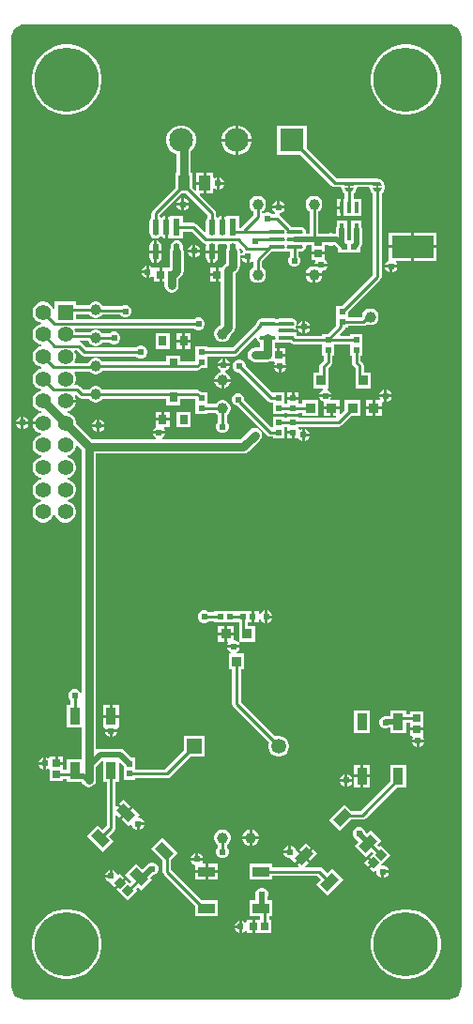
<source format=gbr>
%TF.GenerationSoftware,Altium Limited,Altium Designer,23.10.1 (27)*%
G04 Layer_Physical_Order=1*
G04 Layer_Color=255*
%FSLAX45Y45*%
%MOMM*%
%TF.SameCoordinates,4EA0ACC5-7561-4313-9172-BF3C26F0D282*%
%TF.FilePolarity,Positive*%
%TF.FileFunction,Copper,L1,Top,Signal*%
%TF.Part,Single*%
G01*
G75*
%TA.AperFunction,SMDPad,CuDef*%
%ADD10C,1.00000*%
%ADD11R,0.55000X0.55000*%
%ADD12R,0.57213X1.50524*%
G04:AMPARAMS|DCode=13|XSize=1.50524mm|YSize=0.57213mm|CornerRadius=0.28606mm|HoleSize=0mm|Usage=FLASHONLY|Rotation=270.000|XOffset=0mm|YOffset=0mm|HoleType=Round|Shape=RoundedRectangle|*
%AMROUNDEDRECTD13*
21,1,1.50524,0.00000,0,0,270.0*
21,1,0.93311,0.57213,0,0,270.0*
1,1,0.57213,0.00000,-0.46655*
1,1,0.57213,0.00000,0.46655*
1,1,0.57213,0.00000,0.46655*
1,1,0.57213,0.00000,-0.46655*
%
%ADD13ROUNDEDRECTD13*%
%ADD14R,3.80000X2.03000*%
%ADD15R,0.55000X0.55000*%
%ADD16R,0.90000X0.95000*%
%ADD17R,0.80000X0.90000*%
%ADD18R,0.72000X0.72000*%
%ADD19P,1.01824X4X180.0*%
%ADD20R,0.72000X0.72000*%
%ADD21P,1.01824X4X90.0*%
G04:AMPARAMS|DCode=22|XSize=1.46395mm|YSize=0.37583mm|CornerRadius=0.18791mm|HoleSize=0mm|Usage=FLASHONLY|Rotation=0.000|XOffset=0mm|YOffset=0mm|HoleType=Round|Shape=RoundedRectangle|*
%AMROUNDEDRECTD22*
21,1,1.46395,0.00000,0,0,0.0*
21,1,1.08813,0.37583,0,0,0.0*
1,1,0.37583,0.54406,0.00000*
1,1,0.37583,-0.54406,0.00000*
1,1,0.37583,-0.54406,0.00000*
1,1,0.37583,0.54406,0.00000*
%
%ADD22ROUNDEDRECTD22*%
%ADD23R,1.46395X0.37583*%
%ADD24R,0.45000X1.00000*%
%ADD25R,1.00000X1.40000*%
%ADD26R,1.50000X0.90000*%
%ADD27R,0.90000X1.50000*%
G04:AMPARAMS|DCode=28|XSize=1.5mm|YSize=0.9mm|CornerRadius=0mm|HoleSize=0mm|Usage=FLASHONLY|Rotation=225.000|XOffset=0mm|YOffset=0mm|HoleType=Round|Shape=Rectangle|*
%AMROTATEDRECTD28*
4,1,4,0.21213,0.84853,0.84853,0.21213,-0.21213,-0.84853,-0.84853,-0.21213,0.21213,0.84853,0.0*
%
%ADD28ROTATEDRECTD28*%

G04:AMPARAMS|DCode=29|XSize=1.5mm|YSize=0.9mm|CornerRadius=0mm|HoleSize=0mm|Usage=FLASHONLY|Rotation=135.000|XOffset=0mm|YOffset=0mm|HoleType=Round|Shape=Rectangle|*
%AMROTATEDRECTD29*
4,1,4,0.84853,-0.21213,0.21213,-0.84853,-0.84853,0.21213,-0.21213,0.84853,0.84853,-0.21213,0.0*
%
%ADD29ROTATEDRECTD29*%

%TA.AperFunction,Conductor*%
%ADD30C,0.25400*%
%ADD31C,0.76200*%
%ADD32C,0.50800*%
%TA.AperFunction,ComponentPad*%
%ADD33C,2.15000*%
%ADD34R,2.15000X2.15000*%
%ADD35C,5.80000*%
%ADD36R,1.35000X1.35000*%
%ADD37C,1.35000*%
%ADD38R,1.40000X1.40000*%
%ADD39C,1.40000*%
%TA.AperFunction,ViaPad*%
%ADD40C,0.60960*%
G36*
X3974044Y8793679D02*
X3997157Y8784106D01*
X4017958Y8770207D01*
X4035647Y8752518D01*
X4049546Y8731717D01*
X4059119Y8708604D01*
X4064000Y8684068D01*
Y8671560D01*
Y127000D01*
Y114492D01*
X4059119Y89955D01*
X4049546Y66843D01*
X4035647Y46042D01*
X4017958Y28352D01*
X3997157Y14454D01*
X3974044Y4880D01*
X3949508Y0D01*
X114492D01*
X89955Y4880D01*
X66843Y14454D01*
X46042Y28352D01*
X28352Y46042D01*
X14454Y66843D01*
X4880Y89955D01*
X0Y114492D01*
Y127000D01*
Y8671560D01*
Y8684068D01*
X4880Y8708604D01*
X14454Y8731717D01*
X28352Y8752518D01*
X46042Y8770207D01*
X66843Y8784106D01*
X89955Y8793679D01*
X114492Y8798560D01*
X3949508D01*
X3974044Y8793679D01*
D02*
G37*
%LPC*%
G36*
X3584822Y8615400D02*
X3535178D01*
X3486144Y8607634D01*
X3438928Y8592292D01*
X3394694Y8569754D01*
X3354531Y8540573D01*
X3319426Y8505469D01*
X3290246Y8465306D01*
X3267707Y8421072D01*
X3252366Y8373856D01*
X3244600Y8324822D01*
Y8275178D01*
X3252366Y8226144D01*
X3267707Y8178928D01*
X3290246Y8134694D01*
X3319426Y8094531D01*
X3354531Y8059426D01*
X3394694Y8030246D01*
X3438928Y8007707D01*
X3486144Y7992366D01*
X3535178Y7984600D01*
X3584822D01*
X3633856Y7992366D01*
X3681072Y8007707D01*
X3725306Y8030246D01*
X3765469Y8059426D01*
X3800574Y8094531D01*
X3829754Y8134694D01*
X3852293Y8178928D01*
X3867634Y8226144D01*
X3875400Y8275178D01*
Y8324822D01*
X3867634Y8373856D01*
X3852293Y8421072D01*
X3829754Y8465306D01*
X3800574Y8505469D01*
X3765469Y8540573D01*
X3725306Y8569754D01*
X3681072Y8592292D01*
X3633856Y8607634D01*
X3584822Y8615400D01*
D02*
G37*
G36*
X524822D02*
X475178D01*
X426144Y8607634D01*
X378928Y8592292D01*
X334694Y8569754D01*
X294531Y8540573D01*
X259426Y8505469D01*
X230246Y8465306D01*
X207707Y8421072D01*
X192366Y8373856D01*
X184600Y8324822D01*
Y8275178D01*
X192366Y8226144D01*
X207707Y8178928D01*
X230246Y8134694D01*
X259426Y8094531D01*
X294531Y8059426D01*
X334694Y8030246D01*
X378928Y8007707D01*
X426144Y7992366D01*
X475178Y7984600D01*
X524822D01*
X573856Y7992366D01*
X621072Y8007707D01*
X665306Y8030246D01*
X705469Y8059426D01*
X740574Y8094531D01*
X769754Y8134694D01*
X792293Y8178928D01*
X807634Y8226144D01*
X815400Y8275178D01*
Y8324822D01*
X807634Y8373856D01*
X792293Y8421072D01*
X769754Y8465306D01*
X740574Y8505469D01*
X705469Y8540573D01*
X665306Y8569754D01*
X621072Y8592292D01*
X573856Y8607634D01*
X524822Y8615400D01*
D02*
G37*
G36*
X2049497Y7886300D02*
X2044700D01*
Y7766100D01*
X2164900D01*
Y7770897D01*
X2155843Y7804698D01*
X2138346Y7835003D01*
X2113603Y7859747D01*
X2083298Y7877243D01*
X2049497Y7886300D01*
D02*
G37*
G36*
X2019300D02*
X2014503D01*
X1980702Y7877243D01*
X1950397Y7859747D01*
X1925654Y7835003D01*
X1908157Y7804698D01*
X1899100Y7770897D01*
Y7766100D01*
X2019300D01*
Y7886300D01*
D02*
G37*
G36*
X2164900Y7740700D02*
X2044700D01*
Y7620500D01*
X2049497D01*
X2083298Y7629557D01*
X2113603Y7647054D01*
X2138346Y7671797D01*
X2155843Y7702102D01*
X2164900Y7735904D01*
Y7740700D01*
D02*
G37*
G36*
X2019300D02*
X1899100D01*
Y7735904D01*
X1908157Y7702102D01*
X1925654Y7671797D01*
X1950397Y7647054D01*
X1980702Y7629557D01*
X2014503Y7620500D01*
X2019300D01*
Y7740700D01*
D02*
G37*
G36*
X1733300Y7461400D02*
X1670600D01*
Y7378700D01*
X1733300D01*
Y7461400D01*
D02*
G37*
G36*
X1878801Y7418148D02*
Y7375624D01*
X1921325D01*
X1913474Y7394578D01*
X1897755Y7410297D01*
X1878801Y7418148D01*
D02*
G37*
G36*
X1921325Y7350224D02*
X1878801D01*
Y7307700D01*
X1897755Y7315551D01*
X1913474Y7331271D01*
X1921325Y7350224D01*
D02*
G37*
G36*
X1821400Y7461400D02*
X1758700D01*
Y7366000D01*
X1746000D01*
D01*
X1758700D01*
Y7270600D01*
X1821400D01*
Y7312006D01*
X1833133Y7316866D01*
X1834448Y7315551D01*
X1853401Y7307700D01*
Y7362924D01*
Y7418148D01*
X1834448Y7410297D01*
X1833133Y7408982D01*
X1821400Y7413842D01*
Y7461400D01*
D02*
G37*
G36*
X1561301Y7227648D02*
Y7185124D01*
X1603825D01*
X1595974Y7204078D01*
X1580255Y7219797D01*
X1561301Y7227648D01*
D02*
G37*
G36*
X1535901D02*
X1516948Y7219797D01*
X1501229Y7204078D01*
X1493378Y7185124D01*
X1535901D01*
Y7227648D01*
D02*
G37*
G36*
X2424901Y7202248D02*
Y7159724D01*
X2467425D01*
X2459574Y7178678D01*
X2443855Y7194397D01*
X2424901Y7202248D01*
D02*
G37*
G36*
X2399501D02*
X2380548Y7194397D01*
X2364829Y7178678D01*
X2356978Y7159724D01*
X2399501D01*
Y7202248D01*
D02*
G37*
G36*
X2970300Y7218900D02*
X2935100D01*
Y7156200D01*
X2970300D01*
Y7218900D01*
D02*
G37*
G36*
X1603825Y7159724D02*
X1561301D01*
Y7117200D01*
X1580255Y7125051D01*
X1595974Y7140771D01*
X1603825Y7159724D01*
D02*
G37*
G36*
X1535901D02*
X1493378D01*
X1501229Y7140771D01*
X1516948Y7125051D01*
X1535901Y7117200D01*
Y7159724D01*
D02*
G37*
G36*
X2970300Y7130800D02*
X2935100D01*
Y7068100D01*
X2970300D01*
Y7130800D01*
D02*
G37*
G36*
X1549497Y7886300D02*
X1514503D01*
X1480702Y7877243D01*
X1450397Y7859747D01*
X1425653Y7835003D01*
X1408157Y7804698D01*
X1399100Y7770897D01*
Y7735904D01*
X1408157Y7702102D01*
X1425653Y7671797D01*
X1450397Y7647054D01*
X1480702Y7629557D01*
X1491256Y7626729D01*
Y7461400D01*
X1480600D01*
Y7325537D01*
X1274531Y7119468D01*
X1266110Y7106866D01*
X1263153Y7092000D01*
Y7053700D01*
X1263063Y7053640D01*
X1251127Y7035776D01*
X1246935Y7014704D01*
Y6921393D01*
X1251127Y6900321D01*
X1263063Y6882456D01*
X1280928Y6870520D01*
X1302000Y6866328D01*
X1323072Y6870520D01*
X1340937Y6882456D01*
X1343150Y6885769D01*
X1355850D01*
X1358063Y6882456D01*
X1375928Y6870520D01*
X1384300Y6868854D01*
Y6968048D01*
Y7067242D01*
X1375928Y7065577D01*
X1358064Y7053640D01*
X1345319Y7057426D01*
X1340846Y7062074D01*
Y7075909D01*
X1535537Y7270600D01*
X1576463D01*
X1771153Y7075910D01*
Y7053700D01*
X1771063Y7053640D01*
X1759127Y7035776D01*
X1754935Y7014704D01*
Y6928563D01*
X1742235Y6923302D01*
X1670021Y6995517D01*
X1657418Y7003938D01*
X1642552Y7006895D01*
X1546007D01*
Y7068710D01*
X1437994D01*
Y7067540D01*
X1425294Y7060752D01*
X1418072Y7065577D01*
X1409700Y7067242D01*
Y6968048D01*
Y6868855D01*
X1418072Y6870520D01*
X1425294Y6875345D01*
X1437994Y6868556D01*
Y6867387D01*
X1546007D01*
Y6929202D01*
X1626461D01*
X1725132Y6830531D01*
X1737734Y6822111D01*
X1748035Y6820062D01*
X1752988Y6818105D01*
X1757292Y6806453D01*
X1754935Y6794607D01*
Y6760652D01*
X1810000D01*
X1865065D01*
Y6794607D01*
X1862708Y6806453D01*
X1872663Y6819153D01*
X1937337D01*
X1947292Y6806453D01*
X1944935Y6794607D01*
Y6779839D01*
X1940184Y6772728D01*
X1935256Y6747952D01*
Y6648589D01*
X1909219Y6622552D01*
X1895419Y6601900D01*
X1867700D01*
Y6540500D01*
Y6479100D01*
X1890256D01*
Y6090358D01*
X1877758Y6077861D01*
X1875897Y6077362D01*
X1858703Y6067435D01*
X1844665Y6053397D01*
X1834738Y6036203D01*
X1829600Y6017027D01*
Y5997173D01*
X1834738Y5977997D01*
X1844665Y5960803D01*
X1858703Y5946765D01*
X1875897Y5936838D01*
X1895073Y5931700D01*
X1914927D01*
X1934103Y5936838D01*
X1951297Y5946765D01*
X1965335Y5960803D01*
X1975262Y5977997D01*
X1980400Y5997173D01*
Y5997378D01*
X2000781Y6017759D01*
X2014816Y6038764D01*
X2019744Y6063540D01*
Y6549954D01*
X2039681Y6569891D01*
X2041752Y6572990D01*
X2045781Y6577019D01*
X2059816Y6598024D01*
X2064744Y6622800D01*
Y6747952D01*
X2060497Y6769306D01*
X2071697Y6776066D01*
X2098368Y6749395D01*
X2086227Y6737253D01*
X2078376Y6718300D01*
X2133600D01*
Y6705600D01*
X2146300D01*
Y6650376D01*
X2165253Y6658227D01*
X2170953Y6663927D01*
X2183653Y6658667D01*
Y6605136D01*
X2176203Y6600835D01*
X2162165Y6586797D01*
X2152238Y6569603D01*
X2147100Y6550427D01*
Y6530573D01*
X2152238Y6511397D01*
X2162165Y6494203D01*
X2176203Y6480165D01*
X2193397Y6470238D01*
X2212573Y6465100D01*
X2232427D01*
X2251603Y6470238D01*
X2268797Y6480165D01*
X2282835Y6494203D01*
X2292762Y6511397D01*
X2297900Y6530573D01*
Y6550427D01*
X2292762Y6569603D01*
X2282835Y6586797D01*
X2268797Y6600835D01*
X2261347Y6605136D01*
Y6659325D01*
X2349964Y6747943D01*
X2448897D01*
X2466139Y6751372D01*
X2476500Y6758295D01*
X2486861Y6751372D01*
X2504103Y6747943D01*
X2513853D01*
Y6707680D01*
X2505327Y6699153D01*
X2496820Y6678615D01*
Y6656385D01*
X2505327Y6635847D01*
X2521047Y6620127D01*
X2541585Y6611620D01*
X2563815D01*
X2584353Y6620127D01*
X2600073Y6635847D01*
X2608580Y6656385D01*
Y6678615D01*
X2600073Y6699153D01*
X2591547Y6707680D01*
Y6747943D01*
X2612916D01*
X2630159Y6751372D01*
X2644776Y6761140D01*
X2654544Y6775757D01*
X2657973Y6793000D01*
X2657299Y6796387D01*
X2665356Y6806205D01*
X2707200D01*
Y6744500D01*
X2830000D01*
Y6806205D01*
X2861923D01*
X2871785Y6802120D01*
X2894015D01*
X2903877Y6806205D01*
X2918046D01*
X2950100Y6774150D01*
Y6741600D01*
X3145900D01*
Y6774150D01*
X3149625Y6777875D01*
X3160853Y6794679D01*
X3164795Y6814500D01*
Y6953500D01*
X3160900Y6973084D01*
Y7028900D01*
X3065100D01*
Y6973084D01*
X3061205Y6953500D01*
Y6847400D01*
X3034795D01*
Y6953500D01*
X3030900Y6973084D01*
Y7028900D01*
X2935100D01*
Y6973084D01*
X2931205Y6953500D01*
Y6909795D01*
X2903877D01*
X2894015Y6913880D01*
X2871785D01*
X2861923Y6909795D01*
X2769347D01*
Y7110864D01*
X2776797Y7115165D01*
X2790835Y7129203D01*
X2800762Y7146397D01*
X2805900Y7165573D01*
Y7185427D01*
X2800762Y7204603D01*
X2790835Y7221797D01*
X2776797Y7235835D01*
X2759603Y7245762D01*
X2740427Y7250900D01*
X2720573D01*
X2701397Y7245762D01*
X2684203Y7235835D01*
X2670165Y7221797D01*
X2660238Y7204603D01*
X2655100Y7185427D01*
Y7165573D01*
X2660238Y7146397D01*
X2670165Y7129203D01*
X2684203Y7115165D01*
X2691653Y7110864D01*
Y6909795D01*
X2665356D01*
X2657299Y6919613D01*
X2657973Y6923000D01*
X2654544Y6940243D01*
X2644776Y6954860D01*
X2630159Y6964627D01*
X2612916Y6968057D01*
X2531272D01*
X2529241Y6971097D01*
X2424369Y7075969D01*
X2420664Y7078444D01*
X2422649Y7087947D01*
X2424058Y7091451D01*
X2443855Y7099651D01*
X2459574Y7115371D01*
X2467425Y7134324D01*
X2356978D01*
X2364829Y7115371D01*
X2380153Y7100047D01*
X2380059Y7097924D01*
X2377067Y7087347D01*
X2351580D01*
X2343053Y7095873D01*
X2322515Y7104380D01*
X2300285D01*
X2279747Y7095873D01*
X2274047Y7090173D01*
X2261347Y7095433D01*
Y7110864D01*
X2268797Y7115165D01*
X2282835Y7129203D01*
X2292762Y7146397D01*
X2297900Y7165573D01*
Y7185427D01*
X2292762Y7204603D01*
X2282835Y7221797D01*
X2268797Y7235835D01*
X2251603Y7245762D01*
X2232427Y7250900D01*
X2212573D01*
X2193397Y7245762D01*
X2176203Y7235835D01*
X2162165Y7221797D01*
X2152238Y7204603D01*
X2147100Y7185427D01*
Y7165573D01*
X2152238Y7146397D01*
X2162165Y7129203D01*
X2176203Y7115165D01*
X2183653Y7110864D01*
Y7077291D01*
X2068209Y6961846D01*
X2054007D01*
Y7068710D01*
X1945994D01*
Y7067540D01*
X1933294Y7060752D01*
X1926072Y7065577D01*
X1917700Y7067242D01*
Y6968048D01*
X1892300D01*
Y7067242D01*
X1883928Y7065577D01*
X1866064Y7053640D01*
X1853319Y7057426D01*
X1848846Y7062074D01*
Y7092000D01*
X1845889Y7106866D01*
X1837469Y7119469D01*
X1698071Y7258867D01*
X1702931Y7270600D01*
X1733300D01*
Y7353300D01*
X1670600D01*
Y7302931D01*
X1658867Y7298070D01*
X1631400Y7325537D01*
Y7461400D01*
X1620744D01*
Y7654195D01*
X1638346Y7671797D01*
X1655843Y7702102D01*
X1664900Y7735904D01*
Y7770897D01*
X1655843Y7804698D01*
X1638346Y7835003D01*
X1613603Y7859747D01*
X1583298Y7877243D01*
X1549497Y7886300D01*
D02*
G37*
G36*
X3834900Y6921400D02*
X3632200D01*
Y6807200D01*
X3834900D01*
Y6921400D01*
D02*
G37*
G36*
X3606800D02*
X3404100D01*
Y6807200D01*
X3606800D01*
Y6921400D01*
D02*
G37*
G36*
X1662901Y6808548D02*
Y6766024D01*
X1705425D01*
X1697574Y6784978D01*
X1681855Y6800697D01*
X1662901Y6808548D01*
D02*
G37*
G36*
X1637501D02*
X1618548Y6800697D01*
X1602829Y6784978D01*
X1594978Y6766024D01*
X1637501D01*
Y6808548D01*
D02*
G37*
G36*
X1314700Y6847146D02*
Y6760652D01*
X1357065D01*
Y6794607D01*
X1352873Y6815679D01*
X1340937Y6833544D01*
X1323072Y6845480D01*
X1314700Y6847146D01*
D02*
G37*
G36*
X1289300Y6847145D02*
X1280928Y6845480D01*
X1263063Y6833544D01*
X1251127Y6815679D01*
X1246935Y6794607D01*
Y6760652D01*
X1289300D01*
Y6847145D01*
D02*
G37*
G36*
X1705425Y6740624D02*
X1662901D01*
Y6698100D01*
X1681855Y6705951D01*
X1697574Y6721671D01*
X1705425Y6740624D01*
D02*
G37*
G36*
X1637501D02*
X1594978D01*
X1602829Y6721671D01*
X1618548Y6705951D01*
X1637501Y6698100D01*
Y6740624D01*
D02*
G37*
G36*
X3834900Y6781800D02*
X3632200D01*
Y6667600D01*
X3834900D01*
Y6781800D01*
D02*
G37*
G36*
X2120900Y6692900D02*
X2078376D01*
X2086227Y6673947D01*
X2101947Y6658227D01*
X2120900Y6650376D01*
Y6692900D01*
D02*
G37*
G36*
X1797300Y6735252D02*
X1754935D01*
Y6701296D01*
X1759127Y6680224D01*
X1771063Y6662360D01*
X1788928Y6650423D01*
X1797300Y6648758D01*
Y6735252D01*
D02*
G37*
G36*
X1289300D02*
X1246935D01*
Y6701296D01*
X1251127Y6680224D01*
X1263063Y6662360D01*
X1280928Y6650423D01*
X1289300Y6648758D01*
Y6735252D01*
D02*
G37*
G36*
X1865065D02*
X1822700D01*
Y6648758D01*
X1831072Y6650423D01*
X1848937Y6662360D01*
X1860873Y6680224D01*
X1865065Y6701296D01*
Y6735252D01*
D02*
G37*
G36*
X1357065D02*
X1314700D01*
Y6648758D01*
X1323072Y6650423D01*
X1340937Y6662360D01*
X1352873Y6680224D01*
X1357065Y6701296D01*
Y6735252D01*
D02*
G37*
G36*
X2830000Y6719100D02*
X2707200D01*
Y6670400D01*
X2739380D01*
X2745238Y6657700D01*
X2738776Y6642100D01*
X2849224D01*
X2841373Y6661053D01*
X2830000Y6672426D01*
Y6719100D01*
D02*
G37*
G36*
X3606800Y6781800D02*
X3404100D01*
Y6667600D01*
X3397291Y6661489D01*
X3396549Y6660997D01*
X3396548Y6660997D01*
X3380829Y6645278D01*
X3372978Y6626324D01*
X3483425D01*
X3475574Y6645278D01*
X3465952Y6654900D01*
X3471212Y6667600D01*
X3606800D01*
Y6781800D01*
D02*
G37*
G36*
X1218401Y6618048D02*
X1199448Y6610197D01*
X1183729Y6594478D01*
X1175878Y6575524D01*
X1218401D01*
Y6618048D01*
D02*
G37*
G36*
X3483425Y6600924D02*
X3440901D01*
Y6558400D01*
X3459855Y6566251D01*
X3475574Y6581971D01*
X3483425Y6600924D01*
D02*
G37*
G36*
X3415501D02*
X3372978D01*
X3380829Y6581971D01*
X3396548Y6566251D01*
X3415501Y6558400D01*
Y6600924D01*
D02*
G37*
G36*
X1842300Y6601900D02*
X1793600D01*
Y6553200D01*
X1842300D01*
Y6601900D01*
D02*
G37*
G36*
X2849224Y6616700D02*
X2737061D01*
X2736526Y6615900D01*
X2720573D01*
X2701397Y6610762D01*
X2684203Y6600835D01*
X2670165Y6586797D01*
X2660238Y6569603D01*
X2655843Y6553200D01*
X2730500D01*
X2805157D01*
X2803115Y6560820D01*
X2804895Y6572120D01*
X2811612Y6576211D01*
X2825653Y6582027D01*
X2841373Y6597747D01*
X2849224Y6616700D01*
D02*
G37*
G36*
X1218401Y6550124D02*
X1175878D01*
X1183729Y6531171D01*
X1199448Y6515451D01*
X1218401Y6507600D01*
Y6550124D01*
D02*
G37*
G36*
X1842300Y6527800D02*
X1793600D01*
Y6479100D01*
X1842300D01*
Y6527800D01*
D02*
G37*
G36*
X1243801Y6618048D02*
Y6562824D01*
Y6507600D01*
X1262755Y6515451D01*
X1272900Y6525597D01*
X1285600Y6520336D01*
Y6479100D01*
X1334300D01*
Y6540500D01*
Y6601900D01*
X1285601D01*
X1285600Y6601900D01*
Y6601900D01*
X1272900Y6600052D01*
X1262755Y6610197D01*
X1243801Y6618048D01*
D02*
G37*
G36*
X2805157Y6527800D02*
X2743200D01*
Y6465843D01*
X2759603Y6470238D01*
X2776797Y6480165D01*
X2790835Y6494203D01*
X2800762Y6511397D01*
X2805157Y6527800D01*
D02*
G37*
G36*
X2717800D02*
X2655843D01*
X2660238Y6511397D01*
X2670165Y6494203D01*
X2684203Y6480165D01*
X2701397Y6470238D01*
X2717800Y6465843D01*
Y6527800D01*
D02*
G37*
G36*
X1492000Y6849672D02*
X1470928Y6845480D01*
X1453063Y6833544D01*
X1441127Y6815679D01*
X1436935Y6794607D01*
Y6779839D01*
X1432184Y6772728D01*
X1427256Y6747952D01*
Y6601900D01*
X1359700D01*
Y6540500D01*
Y6479100D01*
X1381118D01*
Y6443685D01*
X1386046Y6418908D01*
X1400081Y6397904D01*
X1421085Y6383869D01*
X1445862Y6378941D01*
X1470638Y6383869D01*
X1491643Y6397904D01*
X1505677Y6418908D01*
X1510606Y6443685D01*
Y6500072D01*
X1537781Y6527248D01*
X1551816Y6548252D01*
X1556744Y6573029D01*
Y6747952D01*
X1551816Y6772728D01*
X1547065Y6779839D01*
Y6794607D01*
X1542873Y6815679D01*
X1530937Y6833544D01*
X1513072Y6845480D01*
X1492000Y6849672D01*
D02*
G37*
G36*
X2664900Y7886300D02*
X2399100D01*
Y7620500D01*
X2609963D01*
X2890191Y7340272D01*
X2902794Y7331851D01*
X2917659Y7328894D01*
X2971102D01*
X2979520Y7322854D01*
X2982114Y7320245D01*
X2982225Y7316415D01*
X2982796Y7313928D01*
X2982870Y7311379D01*
X2984584Y7303908D01*
X2985629Y7301582D01*
X2986199Y7299095D01*
X2989337Y7292103D01*
X2990816Y7290024D01*
X2991861Y7287696D01*
X2996303Y7281450D01*
X2998159Y7279700D01*
X2999638Y7277621D01*
X3005213Y7272362D01*
X3007375Y7271008D01*
X3009153Y7269330D01*
Y7218900D01*
X2995700D01*
Y7143500D01*
Y7068100D01*
X3160900D01*
Y7218900D01*
X3086847D01*
Y7269306D01*
X3088673Y7271031D01*
X3090833Y7272387D01*
X3096400Y7277646D01*
X3097878Y7279726D01*
X3099733Y7281478D01*
X3104167Y7287722D01*
X3105209Y7290049D01*
X3106686Y7292129D01*
X3109818Y7299118D01*
X3110387Y7301605D01*
X3111430Y7303934D01*
X3113137Y7311400D01*
X3113209Y7313949D01*
X3113778Y7316435D01*
X3113887Y7320263D01*
X3116445Y7322829D01*
X3124892Y7328894D01*
X3225102D01*
X3233520Y7322854D01*
X3236114Y7320245D01*
X3236225Y7316415D01*
X3236796Y7313928D01*
X3236870Y7311379D01*
X3238584Y7303908D01*
X3239629Y7301582D01*
X3240199Y7299095D01*
X3243337Y7292103D01*
X3244816Y7290024D01*
X3245861Y7287696D01*
X3250303Y7281450D01*
X3252159Y7279700D01*
X3253638Y7277621D01*
X3259213Y7272362D01*
X3261375Y7271008D01*
X3263153Y7269330D01*
Y6538091D01*
X2982463Y6257400D01*
X2931600D01*
Y6151600D01*
Y6079537D01*
X2855463Y6003400D01*
X2804600D01*
Y5989347D01*
X2575098D01*
Y6013191D01*
X2575098Y6013191D01*
X2575098D01*
X2574621Y6021299D01*
X2476500D01*
Y6046699D01*
X2573438D01*
X2572534Y6051243D01*
X2569231Y6056185D01*
X2563144Y6066500D01*
X2569231Y6076815D01*
X2572534Y6081757D01*
X2575964Y6099000D01*
X2572534Y6116243D01*
X2562767Y6130860D01*
X2548149Y6140628D01*
X2530906Y6144057D01*
X2422094D01*
X2404851Y6140628D01*
X2400689Y6137847D01*
X2388292D01*
X2384130Y6140628D01*
X2366887Y6144057D01*
X2258074D01*
X2240831Y6140628D01*
X2226214Y6130860D01*
X2216447Y6116243D01*
X2213017Y6099000D01*
X2213470Y6096721D01*
X1997596Y5880847D01*
X1767400D01*
Y5894900D01*
X1661600D01*
Y5754037D01*
X1661409Y5753847D01*
X1525900D01*
Y5812400D01*
X1395100D01*
Y5753847D01*
X826636D01*
X822335Y5761297D01*
X808297Y5775335D01*
X791103Y5785262D01*
X771927Y5790400D01*
X752073D01*
X732897Y5785262D01*
X715703Y5775335D01*
X701665Y5761297D01*
X691738Y5744103D01*
X691562Y5743446D01*
X577207D01*
X570857Y5754445D01*
X575899Y5763177D01*
X582400Y5787441D01*
Y5812560D01*
X575899Y5836823D01*
X570857Y5845555D01*
X577207Y5856554D01*
X590909D01*
X632932Y5814531D01*
X645534Y5806111D01*
X660400Y5803153D01*
X1128220D01*
X1136747Y5794627D01*
X1157285Y5786120D01*
X1179515D01*
X1200053Y5794627D01*
X1215773Y5810347D01*
X1224280Y5830885D01*
Y5853115D01*
X1215773Y5873653D01*
X1200053Y5889373D01*
X1179515Y5897880D01*
X1157285D01*
X1136747Y5889373D01*
X1128220Y5880847D01*
X676491D01*
X634469Y5922869D01*
X621866Y5931290D01*
X619665Y5931728D01*
X620915Y5944428D01*
X690524D01*
X691738Y5939897D01*
X701665Y5922703D01*
X715703Y5908665D01*
X732897Y5898738D01*
X752073Y5893600D01*
X771927D01*
X791103Y5898738D01*
X808297Y5908665D01*
X822335Y5922703D01*
X826636Y5930153D01*
X886920D01*
X895447Y5921627D01*
X915985Y5913120D01*
X938215D01*
X958753Y5921627D01*
X974473Y5937347D01*
X982980Y5957885D01*
Y5980115D01*
X974473Y6000653D01*
X958753Y6016373D01*
X938215Y6024880D01*
X915985D01*
X895447Y6016373D01*
X886920Y6007847D01*
X826636D01*
X822335Y6015297D01*
X808297Y6029335D01*
X791103Y6039262D01*
X771927Y6044400D01*
X752073D01*
X732897Y6039262D01*
X715703Y6029335D01*
X708489Y6022121D01*
X579838D01*
X575899Y6036823D01*
X570511Y6046155D01*
X576861Y6057153D01*
X1648920D01*
X1657447Y6048627D01*
X1677985Y6040120D01*
X1700215D01*
X1720753Y6048627D01*
X1736473Y6064347D01*
X1744980Y6084885D01*
Y6107115D01*
X1736473Y6127653D01*
X1720753Y6143373D01*
X1700215Y6151880D01*
X1677985D01*
X1657447Y6143373D01*
X1648920Y6134847D01*
X582400D01*
Y6184153D01*
X697364D01*
X701665Y6176703D01*
X715703Y6162665D01*
X732897Y6152738D01*
X752073Y6147600D01*
X771927D01*
X791103Y6152738D01*
X808297Y6162665D01*
X822335Y6176703D01*
X822970Y6177803D01*
X982170D01*
X997047Y6162927D01*
X1017585Y6154420D01*
X1039815D01*
X1060353Y6162927D01*
X1076073Y6178647D01*
X1084580Y6199185D01*
Y6221415D01*
X1076073Y6241953D01*
X1060353Y6257673D01*
X1039815Y6266180D01*
X1017585D01*
X997047Y6257673D01*
X994870Y6255497D01*
X830303D01*
X822335Y6269297D01*
X808297Y6283335D01*
X791103Y6293262D01*
X771927Y6298400D01*
X752073D01*
X732897Y6293262D01*
X715703Y6283335D01*
X701665Y6269297D01*
X697364Y6261847D01*
X582400D01*
Y6295400D01*
X391600D01*
Y6227292D01*
X378900Y6225621D01*
X375898Y6236823D01*
X363339Y6258577D01*
X345577Y6276339D01*
X323823Y6288899D01*
X299559Y6295400D01*
X274440D01*
X250177Y6288899D01*
X228423Y6276339D01*
X210661Y6258577D01*
X198101Y6236823D01*
X191600Y6212560D01*
Y6187441D01*
X198101Y6163177D01*
X210661Y6141423D01*
X228423Y6123661D01*
X250177Y6111102D01*
X267073Y6106574D01*
Y6093426D01*
X250177Y6088899D01*
X228423Y6076339D01*
X210661Y6058577D01*
X198101Y6036823D01*
X191600Y6012560D01*
Y5987441D01*
X198101Y5963177D01*
X210661Y5941423D01*
X228423Y5923661D01*
X250177Y5911102D01*
X267074Y5906574D01*
Y5893426D01*
X250177Y5888899D01*
X228423Y5876339D01*
X210661Y5858577D01*
X198101Y5836823D01*
X191600Y5812560D01*
Y5787441D01*
X198101Y5763177D01*
X210661Y5741423D01*
X228423Y5723661D01*
X250177Y5711102D01*
X267074Y5706574D01*
Y5693426D01*
X250177Y5688898D01*
X228423Y5676339D01*
X210661Y5658577D01*
X198101Y5636823D01*
X191600Y5612560D01*
Y5587440D01*
X198101Y5563177D01*
X210661Y5541423D01*
X228423Y5523661D01*
X250177Y5511102D01*
X267073Y5506574D01*
Y5493426D01*
X250177Y5488899D01*
X228423Y5476339D01*
X210661Y5458577D01*
X198101Y5436823D01*
X191600Y5412560D01*
Y5387441D01*
X198101Y5363177D01*
X210661Y5341423D01*
X228423Y5323661D01*
X250177Y5311102D01*
X267074Y5306574D01*
Y5293426D01*
X250177Y5288898D01*
X228423Y5276339D01*
X210661Y5258577D01*
X198101Y5236823D01*
X191638Y5212700D01*
X287000D01*
Y5187300D01*
X191638D01*
X198101Y5163177D01*
X210661Y5141423D01*
X228423Y5123661D01*
X250177Y5111102D01*
X267073Y5106574D01*
Y5093426D01*
X250177Y5088899D01*
X228423Y5076339D01*
X210661Y5058577D01*
X198101Y5036823D01*
X191600Y5012560D01*
Y4987441D01*
X198101Y4963177D01*
X210661Y4941423D01*
X228423Y4923661D01*
X250177Y4911102D01*
X267074Y4906574D01*
Y4893426D01*
X250177Y4888899D01*
X228423Y4876339D01*
X210661Y4858577D01*
X198101Y4836823D01*
X191600Y4812560D01*
Y4787441D01*
X198101Y4763177D01*
X210661Y4741423D01*
X228423Y4723661D01*
X250177Y4711102D01*
X267073Y4706574D01*
Y4693426D01*
X250177Y4688899D01*
X228423Y4676339D01*
X210661Y4658577D01*
X198101Y4636823D01*
X191600Y4612560D01*
Y4587441D01*
X198101Y4563177D01*
X210661Y4541423D01*
X228423Y4523661D01*
X250177Y4511102D01*
X267074Y4506574D01*
Y4493426D01*
X250177Y4488899D01*
X228423Y4476339D01*
X210661Y4458577D01*
X198101Y4436823D01*
X191600Y4412560D01*
Y4387441D01*
X198101Y4363177D01*
X210661Y4341423D01*
X228423Y4323661D01*
X250177Y4311102D01*
X274440Y4304600D01*
X299559D01*
X323823Y4311102D01*
X345577Y4323661D01*
X363339Y4341423D01*
X375898Y4363177D01*
X380426Y4380074D01*
X393574D01*
X398102Y4363177D01*
X410661Y4341423D01*
X428423Y4323661D01*
X450177Y4311102D01*
X474441Y4304600D01*
X499560D01*
X523823Y4311102D01*
X545577Y4323661D01*
X563339Y4341423D01*
X575899Y4363177D01*
X582400Y4387441D01*
Y4412560D01*
X575899Y4436823D01*
X563339Y4458577D01*
X545577Y4476339D01*
X523823Y4488899D01*
X506926Y4493426D01*
Y4506574D01*
X523823Y4511102D01*
X545577Y4523661D01*
X563339Y4541423D01*
X575899Y4563177D01*
X582400Y4587441D01*
Y4612560D01*
X575899Y4636823D01*
X563339Y4658577D01*
X545577Y4676339D01*
X523823Y4688899D01*
X506927Y4693426D01*
Y4706574D01*
X523823Y4711102D01*
X545577Y4723661D01*
X563339Y4741423D01*
X575899Y4763177D01*
X582400Y4787441D01*
Y4812560D01*
X575899Y4836823D01*
X563339Y4858577D01*
X545577Y4876339D01*
X523823Y4888899D01*
X506926Y4893426D01*
Y4906574D01*
X523823Y4911102D01*
X545577Y4923661D01*
X563339Y4941423D01*
X575899Y4963177D01*
X582400Y4987441D01*
Y4995078D01*
X595100Y5000338D01*
X633756Y4961682D01*
Y2772109D01*
X621056Y2769583D01*
X618873Y2774853D01*
X603153Y2790573D01*
X582615Y2799080D01*
X560385D01*
X539847Y2790573D01*
X524127Y2774853D01*
X515620Y2754315D01*
Y2732085D01*
X524127Y2711547D01*
X532653Y2703020D01*
Y2656800D01*
X501200D01*
Y2456000D01*
X633756D01*
Y2166800D01*
X501200D01*
Y2071647D01*
X467800D01*
Y2120100D01*
X406400D01*
Y2132800D01*
X393700D01*
Y2194200D01*
X345000D01*
Y2185145D01*
X332300Y2179286D01*
X316701Y2185748D01*
Y2130524D01*
Y2075300D01*
X332300Y2081762D01*
X345000Y2075903D01*
Y1971400D01*
X467800D01*
Y1993954D01*
X501200D01*
Y1966000D01*
X634952D01*
X637233Y1963719D01*
X638684Y1956424D01*
X652719Y1935419D01*
X673724Y1921384D01*
X698500Y1916456D01*
X723276Y1921384D01*
X744281Y1935419D01*
X758316Y1956424D01*
X763244Y1981200D01*
Y2099695D01*
X818500Y2154950D01*
X831200Y2150630D01*
Y1966000D01*
X862753D01*
Y1568972D01*
X824598Y1530817D01*
X781073Y1574342D01*
X681513Y1474781D01*
X823499Y1332795D01*
X923060Y1432355D01*
X879535Y1475880D01*
X929068Y1525413D01*
X937489Y1538016D01*
X940446Y1552882D01*
Y1665944D01*
X952179Y1670805D01*
X976871Y1646114D01*
X1017671Y1686914D01*
X955657Y1748927D01*
X952179Y1745449D01*
X940446Y1750309D01*
Y1966000D01*
X972000D01*
Y2132757D01*
X983733Y2137618D01*
X1013900Y2107450D01*
Y1984900D01*
X1119700D01*
Y1998954D01*
X1403800D01*
X1418666Y2001911D01*
X1431269Y2010332D01*
X1614037Y2193100D01*
X1744900D01*
Y2378900D01*
X1559100D01*
Y2248037D01*
X1387709Y2076647D01*
X1119700D01*
Y2180700D01*
X1087150D01*
X1021425Y2246425D01*
X1004621Y2257653D01*
X984800Y2261595D01*
X800100D01*
X780279Y2257653D01*
X775944Y2254756D01*
X763244Y2261545D01*
Y4923756D01*
X2092900D01*
X2117676Y4928684D01*
X2138681Y4942719D01*
X2242881Y5046919D01*
X2256916Y5067923D01*
X2261844Y5092700D01*
X2256916Y5117476D01*
X2242881Y5138481D01*
X2221876Y5152516D01*
X2197100Y5157444D01*
X2172323Y5152516D01*
X2151319Y5138481D01*
X2066082Y5053244D01*
X1362760D01*
X1360234Y5065944D01*
X1364355Y5067651D01*
X1380074Y5083371D01*
X1387925Y5102324D01*
X1277478D01*
X1285329Y5083371D01*
X1301048Y5067651D01*
X1305169Y5065944D01*
X1302643Y5053244D01*
X725318D01*
X582400Y5196162D01*
Y5212560D01*
X575899Y5236823D01*
X563339Y5258577D01*
X545577Y5276339D01*
X523823Y5288898D01*
X506926Y5293426D01*
Y5306574D01*
X523823Y5311102D01*
X545577Y5323661D01*
X563339Y5341423D01*
X575899Y5363177D01*
X582362Y5387300D01*
X487000D01*
Y5412700D01*
X582362D01*
X575899Y5436823D01*
X572226Y5443184D01*
X578898Y5457028D01*
X583365Y5457698D01*
X607532Y5433531D01*
X620134Y5425111D01*
X635000Y5422153D01*
X697364D01*
X701665Y5414703D01*
X715703Y5400665D01*
X732897Y5390738D01*
X752073Y5385600D01*
X771927D01*
X791103Y5390738D01*
X808297Y5400665D01*
X822335Y5414703D01*
X826636Y5422153D01*
X1395100D01*
Y5363600D01*
X1525900D01*
Y5422153D01*
X1661409D01*
X1661600Y5421963D01*
Y5371100D01*
Y5281100D01*
X1767400D01*
Y5295153D01*
X1840364D01*
X1844665Y5287703D01*
X1858703Y5273665D01*
X1866153Y5269364D01*
Y5209080D01*
X1857627Y5200553D01*
X1849120Y5180015D01*
Y5157785D01*
X1857627Y5137247D01*
X1873347Y5121527D01*
X1893885Y5113020D01*
X1916115D01*
X1936653Y5121527D01*
X1952373Y5137247D01*
X1960880Y5157785D01*
Y5180015D01*
X1952373Y5200553D01*
X1943847Y5209080D01*
Y5269364D01*
X1951297Y5273665D01*
X1965335Y5287703D01*
X1975262Y5304897D01*
X1980400Y5324073D01*
Y5343927D01*
X1975262Y5363103D01*
X1965335Y5380297D01*
X1951297Y5394335D01*
X1934103Y5404262D01*
X1914927Y5409400D01*
X1895073D01*
X1875897Y5404262D01*
X1858703Y5394335D01*
X1844665Y5380297D01*
X1840364Y5372847D01*
X1767400D01*
Y5476900D01*
X1716537D01*
X1704969Y5488469D01*
X1692366Y5496889D01*
X1677500Y5499847D01*
X1525900D01*
Y5504400D01*
X1395100D01*
Y5499847D01*
X826636D01*
X822335Y5507297D01*
X808297Y5521335D01*
X791103Y5531262D01*
X771927Y5536400D01*
X752073D01*
X732897Y5531262D01*
X715703Y5521335D01*
X701665Y5507297D01*
X697364Y5499847D01*
X651091D01*
X618869Y5532068D01*
X606266Y5540489D01*
X591400Y5543446D01*
X577207D01*
X570857Y5554445D01*
X575899Y5563177D01*
X582400Y5587440D01*
Y5612560D01*
X575899Y5636823D01*
X566528Y5653053D01*
X573260Y5665753D01*
X704615D01*
X715703Y5654665D01*
X732897Y5644738D01*
X752073Y5639600D01*
X771927D01*
X791103Y5644738D01*
X808297Y5654665D01*
X822335Y5668703D01*
X826636Y5676153D01*
X1395100D01*
Y5671600D01*
X1525900D01*
Y5676153D01*
X1677500D01*
X1692366Y5679111D01*
X1704969Y5687531D01*
X1716537Y5699100D01*
X1767400D01*
Y5803153D01*
X2013687D01*
X2028553Y5806111D01*
X2041155Y5814531D01*
X2201171Y5974547D01*
X2211055Y5969919D01*
X2213111Y5968527D01*
X2216447Y5951757D01*
X2226214Y5937140D01*
X2240831Y5927372D01*
X2247456Y5926055D01*
Y5881344D01*
X2197100D01*
X2172324Y5876416D01*
X2151319Y5862381D01*
X2137284Y5841376D01*
X2132356Y5816600D01*
X2137284Y5791824D01*
X2151319Y5770819D01*
X2172324Y5756784D01*
X2197100Y5751856D01*
X2312200D01*
X2329012Y5755200D01*
X2372558D01*
X2377082Y5742500D01*
X2369678Y5724624D01*
X2480125D01*
X2472720Y5742500D01*
X2473600Y5755200D01*
X2473600Y5755200D01*
X2473600Y5755201D01*
Y5803900D01*
X2412200D01*
Y5816600D01*
X2399500D01*
Y5878000D01*
X2376944D01*
Y5912505D01*
X2377903Y5924809D01*
X2520160D01*
X2521937Y5923032D01*
X2534540Y5914611D01*
X2549406Y5911654D01*
X2804600D01*
Y5807600D01*
X2818653D01*
Y5769191D01*
X2791931Y5742469D01*
X2783511Y5729866D01*
X2780553Y5715000D01*
Y5658900D01*
X2723600D01*
Y5513100D01*
X2809332D01*
X2811859Y5500400D01*
X2800447Y5495673D01*
X2784727Y5479953D01*
X2776876Y5461000D01*
X2887324D01*
X2879473Y5479953D01*
X2863753Y5495673D01*
X2852341Y5500400D01*
X2854868Y5513100D01*
X2864400D01*
Y5658900D01*
X2858247D01*
Y5698909D01*
X2884969Y5725631D01*
X2893389Y5738234D01*
X2896347Y5753100D01*
Y5807600D01*
X2910400D01*
Y5911654D01*
X3058600D01*
Y5807600D01*
X3072653D01*
Y5748850D01*
X3075611Y5733984D01*
X3084031Y5721381D01*
X3103853Y5701559D01*
Y5618300D01*
X3104600Y5614546D01*
Y5513100D01*
X3245400D01*
Y5658900D01*
X3181546D01*
Y5717650D01*
X3178589Y5732516D01*
X3170169Y5745119D01*
X3150347Y5764941D01*
Y5807600D01*
X3164400D01*
Y5897600D01*
Y6003400D01*
X3058600D01*
Y5989347D01*
X2967877D01*
X2963017Y6001080D01*
X3001428Y6039491D01*
X3009849Y6052094D01*
X3011740Y6061600D01*
X3037400D01*
Y6075654D01*
X3173313D01*
X3188179Y6078611D01*
X3200782Y6087032D01*
X3205334Y6091584D01*
X3209397Y6089238D01*
X3228573Y6084100D01*
X3248427D01*
X3267603Y6089238D01*
X3284797Y6099165D01*
X3298835Y6113203D01*
X3308762Y6130397D01*
X3313900Y6149573D01*
Y6169427D01*
X3308762Y6188603D01*
X3298835Y6205797D01*
X3284797Y6219835D01*
X3267603Y6229762D01*
X3248427Y6234900D01*
X3228573D01*
X3209397Y6229762D01*
X3192203Y6219835D01*
X3178165Y6205797D01*
X3168238Y6188603D01*
X3163100Y6169427D01*
Y6159224D01*
X3157223Y6153347D01*
X3037400D01*
Y6202463D01*
X3329469Y6494532D01*
X3337889Y6507134D01*
X3340847Y6522000D01*
Y7269306D01*
X3342673Y7271031D01*
X3344833Y7272387D01*
X3350400Y7277646D01*
X3351878Y7279726D01*
X3353733Y7281478D01*
X3358167Y7287722D01*
X3359209Y7290049D01*
X3360686Y7292129D01*
X3363818Y7299118D01*
X3364387Y7301605D01*
X3365430Y7303934D01*
X3367137Y7311400D01*
X3367209Y7313949D01*
X3367778Y7316435D01*
X3367887Y7320263D01*
X3367824Y7320633D01*
X3367897Y7321000D01*
X3366983Y7325598D01*
X3366198Y7330226D01*
X3365999Y7330543D01*
X3365926Y7330910D01*
X3365871Y7330993D01*
X3365912Y7331053D01*
X3365916Y7331072D01*
X3365926Y7331089D01*
X3366001Y7331465D01*
X3366205Y7331791D01*
X3366982Y7336391D01*
X3367898Y7340961D01*
X3367894Y7340980D01*
X3367898Y7340999D01*
X3367823Y7341376D01*
X3367887Y7341755D01*
X3367775Y7345585D01*
X3367205Y7348070D01*
X3367131Y7350619D01*
X3365417Y7358090D01*
X3364372Y7360418D01*
X3363802Y7362905D01*
X3360664Y7369897D01*
X3359185Y7371976D01*
X3358141Y7374303D01*
X3353699Y7380549D01*
X3351842Y7382300D01*
X3350363Y7384379D01*
X3344788Y7389638D01*
X3342626Y7390992D01*
X3340771Y7392742D01*
X3334277Y7396812D01*
X3331892Y7397719D01*
X3329730Y7399074D01*
X3322567Y7401799D01*
X3320051Y7402223D01*
X3317667Y7403129D01*
X3315269Y7403534D01*
X3315125Y7403630D01*
X3300259Y7406587D01*
X3087841D01*
X3087840Y7406587D01*
X3049741D01*
X3048000Y7406241D01*
X3046259Y7406587D01*
X2933750D01*
X2664900Y7675437D01*
Y7886300D01*
D02*
G37*
G36*
X2653501Y6122748D02*
Y6080224D01*
X2696025D01*
X2688174Y6099178D01*
X2672455Y6114897D01*
X2653501Y6122748D01*
D02*
G37*
G36*
X2628101D02*
X2609148Y6114897D01*
X2593429Y6099178D01*
X2585578Y6080224D01*
X2628101D01*
Y6122748D01*
D02*
G37*
G36*
X2696025Y6054824D02*
X2653501D01*
Y6012300D01*
X2672455Y6020151D01*
X2688174Y6035871D01*
X2696025Y6054824D01*
D02*
G37*
G36*
X2628101D02*
X2585578D01*
X2593429Y6035871D01*
X2609148Y6020151D01*
X2628101Y6012300D01*
Y6054824D01*
D02*
G37*
G36*
X1620900Y6012400D02*
X1568200D01*
Y5954700D01*
X1620900D01*
Y6012400D01*
D02*
G37*
G36*
X1542800D02*
X1490100D01*
Y5954700D01*
X1542800D01*
Y6012400D01*
D02*
G37*
G36*
X1620900Y5929300D02*
X1568200D01*
Y5871600D01*
X1620900D01*
Y5929300D01*
D02*
G37*
G36*
X1542800D02*
X1490100D01*
Y5871600D01*
X1542800D01*
Y5929300D01*
D02*
G37*
G36*
X1430900Y6012400D02*
X1300100D01*
Y5871600D01*
X1430900D01*
Y6012400D01*
D02*
G37*
G36*
X2473600Y5878000D02*
X2424900D01*
Y5829300D01*
X2473600D01*
Y5878000D01*
D02*
G37*
G36*
X1929601Y5779848D02*
Y5737324D01*
X1972125D01*
X1964274Y5756278D01*
X1948555Y5771997D01*
X1929601Y5779848D01*
D02*
G37*
G36*
X1904201D02*
X1885248Y5771997D01*
X1869529Y5756278D01*
X1861678Y5737324D01*
X1904201D01*
Y5779848D01*
D02*
G37*
G36*
X2480125Y5699224D02*
X2437601D01*
Y5656700D01*
X2456555Y5664551D01*
X2472274Y5680271D01*
X2480125Y5699224D01*
D02*
G37*
G36*
X2412201D02*
X2369678D01*
X2377529Y5680271D01*
X2393248Y5664551D01*
X2412201Y5656700D01*
Y5699224D01*
D02*
G37*
G36*
X1972125Y5711924D02*
X1861678D01*
X1869529Y5692971D01*
X1885248Y5677251D01*
X1890138Y5675226D01*
X1889261Y5661843D01*
X1875897Y5658262D01*
X1858703Y5648335D01*
X1844665Y5634297D01*
X1834738Y5617103D01*
X1830343Y5600700D01*
X1905000D01*
X1979657D01*
X1975262Y5617103D01*
X1965335Y5634297D01*
X1951297Y5648335D01*
X1934853Y5657829D01*
X1934146Y5660896D01*
X1934315Y5671353D01*
X1948555Y5677251D01*
X1964274Y5692971D01*
X1972125Y5711924D01*
D02*
G37*
G36*
X1979657Y5575300D02*
X1917700D01*
Y5513343D01*
X1934103Y5517738D01*
X1951297Y5527665D01*
X1965335Y5541703D01*
X1975262Y5558897D01*
X1979657Y5575300D01*
D02*
G37*
G36*
X1892300D02*
X1830343D01*
X1834738Y5558897D01*
X1844665Y5541703D01*
X1858703Y5527665D01*
X1875897Y5517738D01*
X1892300Y5513343D01*
Y5575300D01*
D02*
G37*
G36*
X3390101Y5500448D02*
Y5457924D01*
X3432625D01*
X3424774Y5476878D01*
X3409055Y5492597D01*
X3390101Y5500448D01*
D02*
G37*
G36*
X3364701D02*
X3345748Y5492597D01*
X3330029Y5476878D01*
X3322178Y5457924D01*
X3364701D01*
Y5500448D01*
D02*
G37*
G36*
X2592900Y5476900D02*
X2552700D01*
Y5436700D01*
X2592900D01*
Y5476900D01*
D02*
G37*
G36*
X2527300D02*
X2487100D01*
Y5436700D01*
X2527300D01*
Y5476900D01*
D02*
G37*
G36*
X3432625Y5432524D02*
X3390101D01*
Y5390000D01*
X3409055Y5397851D01*
X3424774Y5413571D01*
X3432625Y5432524D01*
D02*
G37*
G36*
X3364701D02*
X3322178D01*
X3326703Y5421600D01*
X3318217Y5408900D01*
X3282700D01*
Y5348700D01*
X3340400D01*
Y5386606D01*
X3353100Y5394806D01*
X3364701Y5390000D01*
Y5432524D01*
D02*
G37*
G36*
X3257300Y5408900D02*
X3199600D01*
Y5348700D01*
X3257300D01*
Y5408900D01*
D02*
G37*
G36*
X2887324Y5435600D02*
X2776876D01*
X2784727Y5416647D01*
X2800447Y5400927D01*
X2818600Y5393408D01*
Y5348700D01*
X2959400D01*
Y5408900D01*
X2888320D01*
X2881525Y5421600D01*
X2887324Y5435600D01*
D02*
G37*
G36*
X3340400Y5323300D02*
X3282700D01*
Y5263100D01*
X3340400D01*
Y5323300D01*
D02*
G37*
G36*
X3257300D02*
X3199600D01*
Y5263100D01*
X3257300D01*
Y5323300D01*
D02*
G37*
G36*
X2876300D02*
X2818600D01*
Y5263100D01*
X2876300D01*
Y5323300D01*
D02*
G37*
G36*
X2068515Y5770880D02*
X2046285D01*
X2025747Y5762373D01*
X2010027Y5746653D01*
X2001520Y5726115D01*
Y5703885D01*
X2010027Y5683347D01*
X2025747Y5667627D01*
X2046285Y5659120D01*
X2058343D01*
X2320931Y5396531D01*
X2333534Y5388111D01*
X2348400Y5385154D01*
X2360100D01*
Y5281100D01*
X2465900D01*
Y5295153D01*
X2487100D01*
Y5281100D01*
X2592900D01*
Y5295153D01*
X2628600D01*
Y5263100D01*
X2769400D01*
Y5408900D01*
X2628600D01*
Y5372847D01*
X2592900D01*
Y5411300D01*
X2487100D01*
Y5372847D01*
X2465900D01*
Y5476900D01*
X2360100D01*
Y5476900D01*
X2353267Y5474070D01*
X2113280Y5714057D01*
Y5726115D01*
X2104773Y5746653D01*
X2089053Y5762373D01*
X2068515Y5770880D01*
D02*
G37*
G36*
X1430900Y5304400D02*
X1378200D01*
Y5246700D01*
X1430900D01*
Y5304400D01*
D02*
G37*
G36*
X1352800D02*
X1300100D01*
Y5246700D01*
X1352800D01*
Y5304400D01*
D02*
G37*
G36*
X113501Y5259148D02*
Y5216624D01*
X156025D01*
X148174Y5235578D01*
X132455Y5251297D01*
X113501Y5259148D01*
D02*
G37*
G36*
X88101D02*
X69148Y5251297D01*
X53429Y5235578D01*
X45578Y5216624D01*
X88101D01*
Y5259148D01*
D02*
G37*
G36*
X799301Y5233748D02*
Y5191224D01*
X841825D01*
X833974Y5210178D01*
X818255Y5225897D01*
X799301Y5233748D01*
D02*
G37*
G36*
X773901D02*
X754948Y5225897D01*
X739229Y5210178D01*
X731378Y5191224D01*
X773901D01*
Y5233748D01*
D02*
G37*
G36*
X1620900Y5304400D02*
X1490100D01*
Y5163600D01*
X1620900D01*
Y5304400D01*
D02*
G37*
G36*
X156025Y5191224D02*
X113501D01*
Y5148700D01*
X132455Y5156551D01*
X148174Y5172271D01*
X156025Y5191224D01*
D02*
G37*
G36*
X88101D02*
X45578D01*
X53429Y5172271D01*
X69148Y5156551D01*
X88101Y5148700D01*
Y5191224D01*
D02*
G37*
G36*
X1430900Y5221300D02*
X1365500D01*
X1300100D01*
Y5163600D01*
X1292641Y5153990D01*
X1285329Y5146678D01*
X1277478Y5127724D01*
X1387925D01*
X1380074Y5146678D01*
X1375852Y5150900D01*
X1381112Y5163600D01*
X1430900D01*
Y5221300D01*
D02*
G37*
G36*
X841825Y5165824D02*
X799301D01*
Y5123300D01*
X818255Y5131151D01*
X833974Y5146871D01*
X841825Y5165824D01*
D02*
G37*
G36*
X773901D02*
X731378D01*
X739229Y5146871D01*
X754948Y5131151D01*
X773901Y5123300D01*
Y5165824D01*
D02*
G37*
G36*
X2648841Y5148723D02*
Y5106200D01*
X2691364D01*
X2683513Y5125153D01*
X2667794Y5140872D01*
X2648841Y5148723D01*
D02*
G37*
G36*
X2527300Y5104299D02*
X2487100D01*
Y5064100D01*
X2527300D01*
Y5104299D01*
D02*
G37*
G36*
X2691364Y5080800D02*
X2648841D01*
Y5038276D01*
X2667794Y5046127D01*
X2683513Y5061846D01*
X2691364Y5080800D01*
D02*
G37*
G36*
X2055815Y5469157D02*
X2033585D01*
X2013047Y5460650D01*
X1997327Y5444931D01*
X1988820Y5424393D01*
Y5402162D01*
X1997327Y5381624D01*
X2013047Y5365905D01*
X2033585Y5357397D01*
X2042237D01*
X2168041Y5231594D01*
X2168041Y5231593D01*
X2310103Y5089531D01*
X2322706Y5081110D01*
X2337572Y5078153D01*
X2360100D01*
Y5064100D01*
X2465900D01*
Y5168153D01*
X2487100D01*
Y5129699D01*
X2540000D01*
Y5116999D01*
X2552700D01*
Y5064100D01*
X2587834D01*
X2588768Y5061846D01*
X2604487Y5046127D01*
X2623441Y5038276D01*
Y5093500D01*
Y5148723D01*
X2605600Y5141333D01*
X2592900Y5145879D01*
Y5168153D01*
X2951000D01*
X2965866Y5171111D01*
X2978469Y5179531D01*
X3062037Y5263100D01*
X3150400D01*
Y5408900D01*
X3009600D01*
Y5320537D01*
X2971133Y5282070D01*
X2959400Y5286931D01*
Y5323300D01*
X2901700D01*
Y5263100D01*
X2926468D01*
X2932793Y5250400D01*
X2929356Y5245847D01*
X2592900D01*
Y5259900D01*
X2487100D01*
Y5245847D01*
X2465900D01*
Y5259900D01*
X2360100D01*
Y5167369D01*
X2347400Y5162109D01*
X2222979Y5286530D01*
X2222979Y5286531D01*
X2100580Y5408929D01*
Y5424393D01*
X2092073Y5444931D01*
X2076353Y5460650D01*
X2055815Y5469157D01*
D02*
G37*
G36*
X2286000Y3509624D02*
X2267047Y3501773D01*
X2251327Y3486053D01*
X2244200Y3468847D01*
X2231500Y3471373D01*
Y3507300D01*
X2191300D01*
Y3454400D01*
Y3401500D01*
X2231500D01*
Y3437427D01*
X2244200Y3439953D01*
X2251327Y3422747D01*
X2267047Y3407027D01*
X2286000Y3399176D01*
Y3454400D01*
Y3509624D01*
D02*
G37*
G36*
X2311400D02*
Y3467100D01*
X2353924D01*
X2346073Y3486053D01*
X2330353Y3501773D01*
X2311400Y3509624D01*
D02*
G37*
G36*
X2353924Y3441700D02*
X2311400D01*
Y3399176D01*
X2330353Y3407027D01*
X2346073Y3422747D01*
X2353924Y3441700D01*
D02*
G37*
G36*
X2007400Y3372900D02*
X1949700D01*
Y3312700D01*
X2007400D01*
Y3372900D01*
D02*
G37*
G36*
X1924300D02*
X1866600D01*
Y3312700D01*
X1924300D01*
Y3372900D01*
D02*
G37*
G36*
Y3287300D02*
X1866600D01*
Y3227100D01*
X1924300D01*
Y3287300D01*
D02*
G37*
G36*
X1751015Y3510280D02*
X1728785D01*
X1708247Y3501773D01*
X1692527Y3486053D01*
X1684020Y3465515D01*
Y3443285D01*
X1692527Y3422747D01*
X1708247Y3407027D01*
X1728785Y3398520D01*
X1751015D01*
X1771553Y3407027D01*
X1780080Y3415553D01*
X1832500D01*
Y3401500D01*
X2028299D01*
Y3401500D01*
X2035701D01*
Y3401500D01*
X2055853D01*
Y3332300D01*
X2056600Y3328546D01*
Y3238756D01*
X2056600Y3230831D01*
X2056597Y3230811D01*
X2044995Y3224457D01*
X2037455Y3231997D01*
X2016917Y3240504D01*
X2007400D01*
Y3287300D01*
X1949700D01*
Y3227100D01*
X1952658D01*
X1957651Y3214400D01*
X1950578Y3197324D01*
X2061025D01*
X2053789Y3214793D01*
X2053404Y3215724D01*
X2055083Y3219171D01*
X2060313Y3227099D01*
X2067755Y3227100D01*
X2197400D01*
Y3372900D01*
X2133546D01*
Y3401500D01*
X2165900D01*
Y3454400D01*
Y3507300D01*
X2035701D01*
Y3507300D01*
X2028299D01*
Y3507300D01*
X1832500D01*
Y3493247D01*
X1780080D01*
X1771553Y3501773D01*
X1751015Y3510280D01*
D02*
G37*
G36*
X972000Y2656800D02*
X914300D01*
Y2569100D01*
X972000D01*
Y2656800D01*
D02*
G37*
G36*
X888900D02*
X831200D01*
Y2569100D01*
X888900D01*
Y2656800D01*
D02*
G37*
G36*
X3562800Y2606000D02*
X3422000D01*
Y2555545D01*
X3394710D01*
X3389315Y2557780D01*
X3367085D01*
X3346547Y2549273D01*
X3330827Y2533553D01*
X3322320Y2513015D01*
Y2490785D01*
X3330827Y2470247D01*
X3346547Y2454527D01*
X3367085Y2446020D01*
X3389315D01*
X3403643Y2451955D01*
X3422000D01*
Y2405200D01*
X3562800D01*
Y2500353D01*
X3596200D01*
Y2451900D01*
X3657600D01*
X3719000D01*
Y2477800D01*
Y2600600D01*
X3596200D01*
Y2578046D01*
X3562800D01*
Y2606000D01*
D02*
G37*
G36*
X972000Y2543700D02*
X901600D01*
X831200D01*
Y2456000D01*
X840496D01*
X848982Y2443300D01*
X845678Y2435324D01*
X956125D01*
X952821Y2443300D01*
X961307Y2456000D01*
X972000D01*
Y2543700D01*
D02*
G37*
G36*
X3232800Y2606000D02*
X3092000D01*
Y2405200D01*
X3232800D01*
Y2606000D01*
D02*
G37*
G36*
X956125Y2409924D02*
X913601D01*
Y2367400D01*
X932555Y2375251D01*
X948274Y2390971D01*
X956125Y2409924D01*
D02*
G37*
G36*
X888201D02*
X845678D01*
X853529Y2390971D01*
X869248Y2375251D01*
X888201Y2367400D01*
Y2409924D01*
D02*
G37*
G36*
X3719000Y2426500D02*
X3657600D01*
X3596200D01*
Y2377800D01*
X3617958D01*
X3622818Y2366067D01*
X3622129Y2365378D01*
X3614278Y2346424D01*
X3724725D01*
X3716874Y2365378D01*
X3714739Y2367513D01*
X3719000Y2377800D01*
X3719000D01*
Y2426500D01*
D02*
G37*
G36*
X3724725Y2321024D02*
X3682201D01*
Y2278500D01*
X3701155Y2286351D01*
X3716874Y2302071D01*
X3724725Y2321024D01*
D02*
G37*
G36*
X3656801D02*
X3614278D01*
X3622129Y2302071D01*
X3637848Y2286351D01*
X3656801Y2278500D01*
Y2321024D01*
D02*
G37*
G36*
X2061025Y3171924D02*
X1950578D01*
X1958429Y3152971D01*
X1974148Y3137251D01*
X1978134Y3135600D01*
X1975608Y3122900D01*
X1961600D01*
Y2977100D01*
X1993153D01*
Y2666000D01*
X1996111Y2651134D01*
X2004531Y2638531D01*
X2324538Y2318525D01*
X2319100Y2298231D01*
Y2273769D01*
X2325431Y2250142D01*
X2337662Y2228958D01*
X2354958Y2211662D01*
X2376142Y2199431D01*
X2399769Y2193100D01*
X2424231D01*
X2447858Y2199431D01*
X2469042Y2211662D01*
X2486338Y2228958D01*
X2498569Y2250142D01*
X2504900Y2273769D01*
Y2298231D01*
X2498569Y2321858D01*
X2486338Y2343042D01*
X2469042Y2360338D01*
X2447858Y2372569D01*
X2424231Y2378900D01*
X2399769D01*
X2379475Y2373462D01*
X2070847Y2682091D01*
Y2977100D01*
X2102400D01*
Y3122900D01*
X2035995D01*
X2033469Y3135600D01*
X2037455Y3137251D01*
X2053174Y3152971D01*
X2061025Y3171924D01*
D02*
G37*
G36*
X467800Y2194200D02*
X419100D01*
Y2145500D01*
X467800D01*
Y2194200D01*
D02*
G37*
G36*
X291301Y2185748D02*
X272348Y2177897D01*
X256629Y2162178D01*
X248778Y2143224D01*
X291301D01*
Y2185748D01*
D02*
G37*
G36*
Y2117824D02*
X248778D01*
X256629Y2098871D01*
X272348Y2083151D01*
X291301Y2075300D01*
Y2117824D01*
D02*
G37*
G36*
X3232800Y2116000D02*
X3175100D01*
Y2028300D01*
X3232800D01*
Y2116000D01*
D02*
G37*
G36*
X3149700D02*
X3092000D01*
Y2028300D01*
X3149700D01*
Y2116000D01*
D02*
G37*
G36*
X3034501Y2033348D02*
Y1990824D01*
X3077025D01*
X3069174Y2009778D01*
X3053455Y2025497D01*
X3034501Y2033348D01*
D02*
G37*
G36*
X3009101D02*
X2990148Y2025497D01*
X2974429Y2009778D01*
X2966578Y1990824D01*
X3009101D01*
Y2033348D01*
D02*
G37*
G36*
X3077025Y1965424D02*
X3034501D01*
Y1922900D01*
X3053455Y1930751D01*
X3069174Y1946471D01*
X3077025Y1965424D01*
D02*
G37*
G36*
X3009101D02*
X2966578D01*
X2974429Y1946471D01*
X2990148Y1930751D01*
X3009101Y1922900D01*
Y1965424D01*
D02*
G37*
G36*
X3232800Y2002900D02*
X3175100D01*
Y1915200D01*
X3232800D01*
Y2002900D01*
D02*
G37*
G36*
X3149700D02*
X3092000D01*
Y1915200D01*
X3149700D01*
Y2002900D01*
D02*
G37*
G36*
X1014418Y1807687D02*
X973618Y1766887D01*
X1035631Y1704874D01*
X1076431Y1745674D01*
X1014418Y1807687D01*
D02*
G37*
G36*
X3562800Y2116000D02*
X3422000D01*
Y1970138D01*
X3153889Y1702027D01*
X3068522D01*
X3007808Y1762741D01*
X2865821Y1620754D01*
X2965381Y1521193D01*
X3068522Y1624334D01*
X3169980D01*
X3184846Y1627291D01*
X3197448Y1635711D01*
X3476937Y1915200D01*
X3562800D01*
Y2116000D01*
D02*
G37*
G36*
X1198224Y1574800D02*
X1155700D01*
Y1532276D01*
X1174653Y1540127D01*
X1190373Y1555847D01*
X1198224Y1574800D01*
D02*
G37*
G36*
X1094392Y1727714D02*
X1044611Y1677933D01*
X994831Y1628153D01*
X1056844Y1566140D01*
X1075387Y1584682D01*
X1087120Y1579822D01*
Y1576385D01*
X1095627Y1555847D01*
X1111347Y1540127D01*
X1130300Y1532276D01*
Y1587500D01*
X1143000D01*
Y1600200D01*
X1198224D01*
X1190373Y1619153D01*
X1174653Y1634873D01*
X1154115Y1643380D01*
X1150678D01*
X1145818Y1655113D01*
X1156405Y1665701D01*
X1094392Y1727714D01*
D02*
G37*
G36*
X2171700Y1535157D02*
Y1473200D01*
X2233657D01*
X2229262Y1489603D01*
X2219335Y1506797D01*
X2205297Y1520835D01*
X2188103Y1530762D01*
X2171700Y1535157D01*
D02*
G37*
G36*
X2146300D02*
X2129897Y1530762D01*
X2112703Y1520835D01*
X2098665Y1506797D01*
X2088738Y1489603D01*
X2084343Y1473200D01*
X2146300D01*
Y1535157D01*
D02*
G37*
G36*
X2233657Y1447800D02*
X2171700D01*
Y1385843D01*
X2188103Y1390238D01*
X2205297Y1400165D01*
X2219335Y1414203D01*
X2229262Y1431397D01*
X2233657Y1447800D01*
D02*
G37*
G36*
X2146300D02*
X2084343D01*
X2088738Y1431397D01*
X2098665Y1414203D01*
X2112703Y1400165D01*
X2129897Y1390238D01*
X2146300Y1385843D01*
Y1447800D01*
D02*
G37*
G36*
X2501101Y1385648D02*
X2482148Y1377797D01*
X2466429Y1362078D01*
X2458578Y1343124D01*
X2501101D01*
Y1385648D01*
D02*
G37*
G36*
X2661325Y1416258D02*
X2599312Y1354245D01*
X2640112Y1313445D01*
X2702125Y1375458D01*
X2661325Y1416258D01*
D02*
G37*
G36*
X1688301Y1322148D02*
Y1279624D01*
X1730825D01*
X1722974Y1298578D01*
X1707255Y1314297D01*
X1688301Y1322148D01*
D02*
G37*
G36*
X1662901D02*
X1643948Y1314297D01*
X1628229Y1298578D01*
X1620378Y1279624D01*
X1662901D01*
Y1322148D01*
D02*
G37*
G36*
X1914927Y1535900D02*
X1895073D01*
X1875897Y1530762D01*
X1858703Y1520835D01*
X1844665Y1506797D01*
X1834738Y1489603D01*
X1829600Y1470427D01*
Y1450573D01*
X1834738Y1431397D01*
X1844665Y1414203D01*
X1858703Y1400165D01*
X1866153Y1395864D01*
Y1373680D01*
X1857627Y1365153D01*
X1849120Y1344615D01*
Y1322385D01*
X1857627Y1301847D01*
X1873347Y1286127D01*
X1893885Y1277620D01*
X1916115D01*
X1936653Y1286127D01*
X1952373Y1301847D01*
X1960880Y1322385D01*
Y1344615D01*
X1952373Y1365153D01*
X1943847Y1373680D01*
Y1395864D01*
X1951297Y1400165D01*
X1965335Y1414203D01*
X1975262Y1431397D01*
X1980400Y1450573D01*
Y1470427D01*
X1975262Y1489603D01*
X1965335Y1506797D01*
X1951297Y1520835D01*
X1934103Y1530762D01*
X1914927Y1535900D01*
D02*
G37*
G36*
X2720086Y1357498D02*
X2658073Y1295485D01*
X2698873Y1254685D01*
X2760886Y1316698D01*
X2720086Y1357498D01*
D02*
G37*
G36*
X2526501Y1385648D02*
Y1330424D01*
X2513801D01*
Y1317724D01*
X2458578D01*
X2466429Y1298771D01*
X2482148Y1283051D01*
X2502686Y1274544D01*
X2507452D01*
X2519338Y1274271D01*
X2519338D01*
X2519339Y1274271D01*
X2560138Y1233471D01*
X2622151Y1295485D01*
X2581199Y1336438D01*
X2569681Y1341208D01*
Y1341539D01*
X2561174Y1362078D01*
X2545455Y1377797D01*
X2526501Y1385648D01*
D02*
G37*
G36*
X3214248Y1269081D02*
X3179812Y1234645D01*
X3214248Y1200209D01*
X3248684Y1234645D01*
X3214248Y1269081D01*
D02*
G37*
G36*
X2640112Y1277524D02*
X2578099Y1215511D01*
X2587430Y1206179D01*
X2582570Y1194446D01*
X2352000D01*
Y1226000D01*
X2151200D01*
Y1085200D01*
X2352000D01*
Y1116753D01*
X2763907D01*
X2796208Y1084451D01*
X2752684Y1040927D01*
X2852244Y941366D01*
X2994231Y1083353D01*
X2894670Y1182914D01*
X2851145Y1139389D01*
X2807466Y1183068D01*
X2794863Y1191489D01*
X2779997Y1194446D01*
X2655228D01*
X2650368Y1206179D01*
X2680912Y1236724D01*
X2640112Y1277524D01*
D02*
G37*
G36*
X1281115Y1236980D02*
X1258885D01*
X1238347Y1228473D01*
X1222627Y1212753D01*
X1222431Y1212279D01*
X1182784Y1172632D01*
X1127556Y1227860D01*
X1027995Y1128299D01*
X1086034Y1070260D01*
X1067303Y1051530D01*
X1033041Y1085791D01*
X989625Y1042375D01*
X946209Y998959D01*
X964523Y980645D01*
X1051355Y893812D01*
X1138188Y980645D01*
X1122240Y996592D01*
X1140971Y1015323D01*
X1169982Y986312D01*
X1269542Y1085873D01*
X1256033Y1099382D01*
X1282405Y1125754D01*
X1301653Y1133727D01*
X1317373Y1149447D01*
X1325880Y1169985D01*
Y1192215D01*
X1317373Y1212753D01*
X1301653Y1228473D01*
X1281115Y1236980D01*
D02*
G37*
G36*
X1862000Y1226000D02*
X1774300D01*
Y1168300D01*
X1862000D01*
Y1226000D01*
D02*
G37*
G36*
X1730825Y1254224D02*
X1620378D01*
X1628229Y1235271D01*
X1643948Y1219551D01*
X1661200Y1212405D01*
Y1168300D01*
X1748900D01*
Y1226000D01*
X1730297D01*
X1724395Y1238700D01*
X1730825Y1254224D01*
D02*
G37*
G36*
X888201Y1169748D02*
X869248Y1161897D01*
X853529Y1146178D01*
X845678Y1127224D01*
X888201D01*
Y1169748D01*
D02*
G37*
G36*
X3407225Y1139924D02*
X3364701D01*
Y1097400D01*
X3383655Y1105251D01*
X3399374Y1120971D01*
X3407225Y1139924D01*
D02*
G37*
G36*
X3148015Y1554480D02*
X3125785D01*
X3105247Y1545973D01*
X3089527Y1530253D01*
X3081020Y1509715D01*
Y1487485D01*
X3089527Y1466947D01*
X3105247Y1451227D01*
X3109186Y1449596D01*
X3135269Y1423512D01*
X3099166Y1387409D01*
X3198726Y1287848D01*
X3249326Y1338448D01*
X3266470Y1321303D01*
X3232209Y1287041D01*
X3275625Y1243625D01*
X3266645Y1234645D01*
X3275625Y1225665D01*
X3232209Y1182248D01*
X3266645Y1147812D01*
X3284022Y1165189D01*
X3296121Y1159328D01*
Y1141509D01*
X3304629Y1120971D01*
X3320348Y1105251D01*
X3339301Y1097400D01*
Y1152624D01*
X3352001D01*
Y1165324D01*
X3407225D01*
X3399374Y1184278D01*
X3383655Y1199997D01*
X3363117Y1208504D01*
X3345297D01*
X3342588Y1211921D01*
X3339436Y1220604D01*
X3424188Y1305355D01*
X3337355Y1392188D01*
X3321408Y1376240D01*
X3304263Y1393385D01*
X3340713Y1429835D01*
X3241153Y1529396D01*
X3208519Y1496762D01*
X3190811Y1514470D01*
X3184273Y1530253D01*
X3168553Y1545973D01*
X3148015Y1554480D01*
D02*
G37*
G36*
X1862000Y1142900D02*
X1774300D01*
Y1085200D01*
X1862000D01*
Y1142900D01*
D02*
G37*
G36*
X1748900D02*
X1661200D01*
Y1085200D01*
X1748900D01*
Y1142900D01*
D02*
G37*
G36*
X913601Y1169748D02*
Y1114524D01*
X900901D01*
Y1101824D01*
X845678D01*
X853529Y1082871D01*
X869248Y1067151D01*
X885087Y1060591D01*
X893812Y1051355D01*
X893812Y1051355D01*
X893812Y1051355D01*
X928248Y1016919D01*
X971665Y1060335D01*
X1015081Y1103752D01*
X980645Y1138188D01*
X968515Y1126058D01*
X954835Y1130339D01*
X948274Y1146178D01*
X932555Y1161897D01*
X913601Y1169748D01*
D02*
G37*
G36*
X1360901Y1461205D02*
X1261340Y1361644D01*
X1364480Y1258504D01*
Y1153873D01*
X1367437Y1139008D01*
X1375858Y1126405D01*
X1661200Y841063D01*
Y755200D01*
X1862000D01*
Y896000D01*
X1716137D01*
X1442173Y1169964D01*
Y1258504D01*
X1502887Y1319218D01*
X1360901Y1461205D01*
D02*
G37*
G36*
X2172500Y721800D02*
X2123800D01*
Y699812D01*
X2111100Y694552D01*
X2100955Y704697D01*
X2082001Y712548D01*
Y657324D01*
Y602100D01*
X2100955Y609951D01*
X2111100Y620097D01*
X2123800Y614836D01*
Y599000D01*
X2172500D01*
Y660400D01*
Y721800D01*
D02*
G37*
G36*
X2056601Y712548D02*
X2037648Y704697D01*
X2021929Y688978D01*
X2014078Y670024D01*
X2056601D01*
Y712548D01*
D02*
G37*
G36*
Y644624D02*
X2014078D01*
X2021929Y625671D01*
X2037648Y609951D01*
X2056601Y602100D01*
Y644624D01*
D02*
G37*
G36*
X2271715Y1008380D02*
X2249485D01*
X2228947Y999873D01*
X2213227Y984153D01*
X2204720Y963615D01*
Y941385D01*
X2204917Y940909D01*
Y896000D01*
X2151200D01*
Y755200D01*
X2246353D01*
Y721800D01*
X2197900D01*
Y660400D01*
Y599000D01*
X2346600D01*
Y721800D01*
X2324046D01*
Y755200D01*
X2352000D01*
Y896000D01*
X2308507D01*
Y922137D01*
X2316480Y941385D01*
Y963615D01*
X2307973Y984153D01*
X2292253Y999873D01*
X2271715Y1008380D01*
D02*
G37*
G36*
X3584822Y815400D02*
X3535178D01*
X3486144Y807634D01*
X3438928Y792293D01*
X3394694Y769754D01*
X3354531Y740574D01*
X3319426Y705469D01*
X3290246Y665306D01*
X3267707Y621072D01*
X3252366Y573856D01*
X3244600Y524822D01*
Y475178D01*
X3252366Y426144D01*
X3267707Y378928D01*
X3290246Y334694D01*
X3319426Y294531D01*
X3354531Y259426D01*
X3394694Y230246D01*
X3438928Y207707D01*
X3486144Y192366D01*
X3535178Y184600D01*
X3584822D01*
X3633856Y192366D01*
X3681072Y207707D01*
X3725306Y230246D01*
X3765469Y259426D01*
X3800574Y294531D01*
X3829754Y334694D01*
X3852293Y378928D01*
X3867634Y426144D01*
X3875400Y475178D01*
Y524822D01*
X3867634Y573856D01*
X3852293Y621072D01*
X3829754Y665306D01*
X3800574Y705469D01*
X3765469Y740574D01*
X3725306Y769754D01*
X3681072Y792293D01*
X3633856Y807634D01*
X3584822Y815400D01*
D02*
G37*
G36*
X524822D02*
X475178D01*
X426144Y807634D01*
X378928Y792293D01*
X334694Y769754D01*
X294531Y740574D01*
X259426Y705469D01*
X230246Y665306D01*
X207707Y621072D01*
X192366Y573856D01*
X184600Y524822D01*
Y475178D01*
X192366Y426144D01*
X207707Y378928D01*
X230246Y334694D01*
X259426Y294531D01*
X294531Y259426D01*
X334694Y230246D01*
X378928Y207707D01*
X426144Y192366D01*
X475178Y184600D01*
X524822D01*
X573856Y192366D01*
X621072Y207707D01*
X665306Y230246D01*
X705469Y259426D01*
X740574Y294531D01*
X769754Y334694D01*
X792293Y378928D01*
X807634Y426144D01*
X815400Y475178D01*
Y524822D01*
X807634Y573856D01*
X792293Y621072D01*
X769754Y665306D01*
X740574Y705469D01*
X705469Y740574D01*
X665306Y769754D01*
X621072Y792293D01*
X573856Y807634D01*
X524822Y815400D01*
D02*
G37*
%LPD*%
G36*
X3312000Y7318300D02*
X3292000D01*
Y7343700D01*
X3312000D01*
Y7318300D01*
D02*
G37*
G36*
X3058000D02*
X3038000D01*
Y7343700D01*
X3058000D01*
Y7318300D01*
D02*
G37*
G36*
G01X3262000Y7321001D02*
G01X3342000Y7321000D01*
G02X3302029Y7283244I-38863J1107D01*
G02X3262000Y7321001I-1138J38892D01*
D02*
G37*
G36*
G01X3342000Y7341000D02*
G01X3301972Y7341059D01*
G01X3262000Y7341000D01*
G02X3301972Y7378755I38862J-1107D01*
G02X3342000Y7341000I1140J-38888D01*
D02*
G37*
G36*
G01X3008000Y7321001D02*
G01X3088000Y7321000D01*
G02X3048029Y7283244I-38863J1107D01*
G02X3008000Y7321001I-1138J38892D01*
D02*
G37*
G36*
G01X3088000Y7341000D02*
G01X3047972Y7341059D01*
G01X3008000Y7341000D01*
G02X3047972Y7378755I38862J-1107D01*
G02X3088000Y7341000I1140J-38888D01*
D02*
G37*
D10*
X762000Y6223000D02*
D03*
X2222500Y7175500D02*
D03*
Y6540500D02*
D03*
X1905000Y5334000D02*
D03*
X762000Y5461000D02*
D03*
Y5715000D02*
D03*
Y5969000D02*
D03*
X3238500Y6159500D02*
D03*
X2730500Y6540500D02*
D03*
X2159000Y1460500D02*
D03*
X1905000Y5588000D02*
D03*
Y1460500D02*
D03*
Y6007100D02*
D03*
X2730500Y7175500D02*
D03*
D11*
X3003000Y6794500D02*
D03*
X3093000D02*
D03*
X2178600Y3454400D02*
D03*
X2088600D02*
D03*
X1975400D02*
D03*
X1885400D02*
D03*
D12*
X2000000Y6968048D02*
D03*
X1492000D02*
D03*
D13*
X1905000D02*
D03*
X1810000D02*
D03*
Y6747952D02*
D03*
X2000000D02*
D03*
X1397000Y6968048D02*
D03*
X1302000D02*
D03*
Y6747952D02*
D03*
X1492000D02*
D03*
D14*
X3619500Y6794500D02*
D03*
D15*
X1714500Y5752000D02*
D03*
Y5842000D02*
D03*
X2984500Y6114500D02*
D03*
Y6204500D02*
D03*
X1066800Y2037800D02*
D03*
Y2127800D02*
D03*
X1714500Y5424000D02*
D03*
Y5334000D02*
D03*
X2540000Y5117000D02*
D03*
Y5207000D02*
D03*
Y5424000D02*
D03*
Y5334000D02*
D03*
X2413000Y5207000D02*
D03*
Y5117000D02*
D03*
Y5334000D02*
D03*
Y5424000D02*
D03*
X3111500Y5860500D02*
D03*
Y5950500D02*
D03*
X2857500Y5860500D02*
D03*
Y5950500D02*
D03*
D16*
X2699000Y5336000D02*
D03*
X2794000Y5586000D02*
D03*
X2889000Y5336000D02*
D03*
X3080000D02*
D03*
X3175000Y5586000D02*
D03*
X3270000Y5336000D02*
D03*
X2127000Y3300000D02*
D03*
X2032000Y3050000D02*
D03*
X1937000Y3300000D02*
D03*
D17*
X1460500Y5434000D02*
D03*
X1555500Y5234000D02*
D03*
X1365500D02*
D03*
X1460500Y5742000D02*
D03*
X1365500Y5942000D02*
D03*
X1555500D02*
D03*
D18*
X3657600Y2439200D02*
D03*
Y2539200D02*
D03*
X406400Y2132800D02*
D03*
Y2032800D02*
D03*
X2768600Y6831800D02*
D03*
Y6731800D02*
D03*
D19*
X3266645Y1234645D02*
D03*
X3337355Y1305355D02*
D03*
D20*
X2185200Y660400D02*
D03*
X2285200D02*
D03*
X1955000Y6540500D02*
D03*
X1855000D02*
D03*
X1447000D02*
D03*
X1347000D02*
D03*
X2312200Y5816600D02*
D03*
X2412200D02*
D03*
D21*
X980645Y1051355D02*
D03*
X1051355Y980645D02*
D03*
D22*
X2558510Y6923000D02*
D03*
Y6858000D02*
D03*
Y6793000D02*
D03*
X2394490D02*
D03*
Y6858000D02*
D03*
X2476500Y6034000D02*
D03*
Y6099000D02*
D03*
X2312481D02*
D03*
Y5969000D02*
D03*
D23*
X2394490Y6923000D02*
D03*
X2476500Y5969000D02*
D03*
D24*
X3113000Y7143500D02*
D03*
X3048000D02*
D03*
X2983000D02*
D03*
Y6953500D02*
D03*
X3113000D02*
D03*
D25*
X1746000Y7366000D02*
D03*
X1556000D02*
D03*
D26*
X2251600Y825600D02*
D03*
Y1155600D02*
D03*
X1761600D02*
D03*
Y825600D02*
D03*
D27*
X3492400Y2505600D02*
D03*
X3162400D02*
D03*
Y2015600D02*
D03*
X3492400Y2015600D02*
D03*
X571600Y2066400D02*
D03*
X901600D02*
D03*
Y2556400D02*
D03*
X571600Y2556400D02*
D03*
D28*
X3219939Y1408622D02*
D03*
X2986594Y1641967D02*
D03*
X2640112Y1295485D02*
D03*
X2873457Y1062140D02*
D03*
D29*
X1148769Y1107086D02*
D03*
X1382114Y1340431D02*
D03*
X1035631Y1686914D02*
D03*
X802286Y1453568D02*
D03*
D30*
X382400Y5504600D02*
X591400D01*
X635000Y5461000D02*
X762000D01*
X591400Y5504600D02*
X635000Y5461000D01*
X1460500D02*
X1677500D01*
X753421D02*
X1460500D01*
X391600Y5895400D02*
X607000D01*
X660400Y5842000D02*
X1168400D01*
X607000Y5895400D02*
X660400Y5842000D01*
X2057400Y5715000D02*
X2348400Y5424000D01*
X2413000D01*
X2044700Y5413277D02*
X2061279Y5396698D01*
Y5393293D02*
X2195510Y5259062D01*
Y5259062D02*
Y5259062D01*
X2061279Y5393293D02*
Y5396698D01*
X2973959Y6066959D02*
Y6103959D01*
X2984500Y6114500D01*
X2857500Y5950500D02*
X2973959Y6066959D01*
X2549406Y5950500D02*
X2857500D01*
X2476500Y5969000D02*
X2530906D01*
X2549406Y5950500D01*
X2857500D02*
X3111500D01*
X2095500Y6923000D02*
X2394490D01*
X2206723Y6845300D02*
X2219423Y6858000D01*
X2197100Y6845300D02*
X2206723D01*
X2219423Y6858000D02*
X2394490D01*
X2222500Y6675416D02*
X2323804Y6776720D01*
X2125980D02*
X2323804D01*
X2340084Y6793000D01*
X2044700Y6858000D02*
X2125980Y6776720D01*
X2340084Y6793000D02*
X2394490D01*
X2195510Y5259062D02*
X2337572Y5117000D01*
X2413000D01*
X1752600Y6858000D02*
X2044700D01*
X1905000Y5168900D02*
Y5334000D01*
X2552700Y6787372D02*
X2558328Y6793000D01*
X2552700Y6667500D02*
Y6787372D01*
X2558328Y6793000D02*
X2558510D01*
X287000Y6000000D02*
X391600Y5895400D01*
X287000Y6200000D02*
X391000Y6096000D01*
X1689100D01*
X2255743Y6084056D02*
Y6093372D01*
X2261371Y6099000D02*
X2476500D01*
X2255743Y6093372D02*
X2261371Y6099000D01*
X1714500Y5842000D02*
X2013687D01*
X2255743Y6084056D01*
X768350Y6216650D02*
X1022350D01*
X1028700Y6210300D01*
X762000Y6223000D02*
X768350Y6216650D01*
X1739900Y3454400D02*
X1885400D01*
X762000Y5715000D02*
X1677500D01*
X751600Y5704600D02*
X762000Y5715000D01*
Y5969000D02*
X927100D01*
X571500Y2556500D02*
Y2743200D01*
Y2556500D02*
X571600Y2556400D01*
X287000Y5600000D02*
X382400Y5504600D01*
X1905000Y1333500D02*
Y1460500D01*
X2986594Y1641967D02*
X3007808Y1663180D01*
X3169980D01*
X3492400Y1985600D01*
Y2015600D01*
X2779997Y1155600D02*
X2873457Y1062140D01*
X2873457D01*
X2251600Y1155600D02*
X2779997D01*
X1403327Y1153873D02*
Y1319218D01*
Y1153873D02*
X1731600Y825600D01*
X1761600D01*
X1382114Y1340431D02*
X1403327Y1319218D01*
X901600Y1552882D02*
Y2066400D01*
X802286Y1453569D02*
X901600Y1552882D01*
X802286Y1453568D02*
Y1453569D01*
X2088600Y3454400D02*
X2094700Y3448300D01*
Y3332300D02*
Y3448300D01*
X1975400Y3454400D02*
X2088600D01*
X2094700Y3332300D02*
X2127000Y3300000D01*
X2032000Y2666000D02*
Y3050000D01*
Y2666000D02*
X2412000Y2286000D01*
X1066800Y2037800D02*
X1403800D01*
X1652000Y2286000D01*
X3492400Y2505600D02*
Y2506900D01*
X3524700Y2539200D02*
X3657600D01*
X3492400Y2506900D02*
X3524700Y2539200D01*
X3219939Y1408622D02*
X3234089D01*
X3337355Y1305355D01*
X2285200Y660400D02*
Y793300D01*
X2252900Y825600D02*
X2285200Y793300D01*
X2251600Y825600D02*
X2252900D01*
X1051355Y980645D02*
X1148769Y1078058D01*
Y1107086D01*
X539300Y2032800D02*
X571600Y2065100D01*
X406400Y2032800D02*
X539300D01*
X2540000Y5207000D02*
X2951000D01*
X2413000D02*
X2540000D01*
X2951000D02*
X3045200Y5301200D01*
X3080000Y5333500D02*
Y5336000D01*
X3047700Y5301200D02*
X3080000Y5333500D01*
X3045200Y5301200D02*
X3047700D01*
X2540000Y5334000D02*
X2697000D01*
X2413000D02*
X2540000D01*
X2697000D02*
X2699000Y5336000D01*
X2819400Y5715000D02*
X2857500Y5753100D01*
X2819400Y5611400D02*
Y5715000D01*
X2794000Y5586000D02*
X2819400Y5611400D01*
X2857500Y5753100D02*
Y5860500D01*
X3111500Y5748850D02*
X3142700Y5717650D01*
Y5618300D02*
X3175000Y5586000D01*
X3142700Y5618300D02*
Y5717650D01*
X3111500Y5748850D02*
Y5860500D01*
X1714500Y5334000D02*
X1905000D01*
X1677500Y5715000D02*
X1714500Y5752000D01*
X1677500Y5461000D02*
X1714500Y5424000D01*
X382400Y5704600D02*
X751600D01*
X287000Y5800000D02*
X382400Y5704600D01*
X487000Y6000000D02*
X503726Y5983274D01*
X747726D02*
X762000Y5969000D01*
X503726Y5983274D02*
X747726D01*
X510000Y6223000D02*
X762000D01*
X487000Y6200000D02*
X510000Y6223000D01*
X2311400Y7048500D02*
X2396900D01*
X2507400Y6923000D02*
X2558510D01*
X2501772Y6928628D02*
X2507400Y6923000D01*
X2501772Y6928628D02*
Y6943628D01*
X2396900Y7048500D02*
X2501772Y6943628D01*
X2222500Y6540500D02*
Y6675416D01*
X2730500Y6869900D02*
X2742400Y6858000D01*
X2730500Y6869900D02*
Y7175500D01*
X3302000Y6522000D02*
Y7296000D01*
X2984500Y6204500D02*
X3302000Y6522000D01*
X3048000Y7143500D02*
Y7296000D01*
X3049741Y7367741D02*
X3087841D01*
X3048000Y7366000D02*
X3049741Y7367741D01*
X3087841D02*
X3087841Y7367741D01*
X3300259D01*
X3302000Y7366000D01*
X3046259Y7367741D02*
X3048000Y7366000D01*
X2917659Y7367741D02*
X3046259D01*
X2532000Y7753400D02*
X2917659Y7367741D01*
X1642552Y6968048D02*
X1752600Y6858000D01*
X1492000Y6968048D02*
X1642552D01*
X2015907Y6923000D02*
X2095500D01*
Y6934200D02*
X2222500Y7061200D01*
X2095500Y6923000D02*
Y6934200D01*
X2000000Y6938907D02*
X2015907Y6923000D01*
X2000000Y6938907D02*
Y6968048D01*
X2222500Y7061200D02*
Y7175500D01*
X1810000Y6968048D02*
Y7092000D01*
X1556000Y7346000D02*
X1810000Y7092000D01*
X1556000Y7346000D02*
Y7366000D01*
X1302000Y6968048D02*
Y7092000D01*
X1556000Y7346000D01*
X3173313Y6114500D02*
X3218313Y6159500D01*
X3238500D01*
X2984500Y6114500D02*
X3173313D01*
D31*
X1955000Y6063540D02*
Y6576771D01*
X1905000Y6013540D02*
X1955000Y6063540D01*
X1993900Y6616700D02*
X2000000Y6622800D01*
Y6747952D01*
X1993900Y6615672D02*
Y6616700D01*
X698500Y4988500D02*
X2092900D01*
X2197100Y5092700D01*
Y5816600D02*
X2312200D01*
Y5968720D01*
X2312481Y5969000D01*
X1905000Y6007100D02*
Y6013540D01*
X1445862Y6526890D02*
X1492000Y6573029D01*
X698500Y2108200D02*
Y4988500D01*
Y1981200D02*
Y2108200D01*
X487000Y5200000D02*
X698500Y4988500D01*
X287000Y5400000D02*
X487000Y5200000D01*
X1955000Y6576771D02*
X1993900Y6615672D01*
X1445862Y6443685D02*
Y6526890D01*
X1492000Y6573029D02*
Y6747952D01*
X1556000Y7366000D02*
Y7729400D01*
X1532000Y7753400D02*
X1556000Y7729400D01*
D32*
X2742400Y6858000D02*
X2882900D01*
X2983000Y6814500D02*
X3003000Y6794500D01*
X2939500Y6858000D02*
X2983000Y6814500D01*
X2882900Y6858000D02*
X2939500D01*
X800100Y2209800D02*
X984800D01*
X1066800Y2127800D01*
X698500Y2108200D02*
X800100Y2209800D01*
X3490550Y2503750D02*
X3492400Y2505600D01*
X3380050Y2503750D02*
X3490550D01*
X3378200Y2501900D02*
X3380050Y2503750D01*
X3136900Y1495131D02*
Y1498600D01*
X3219939Y1408622D02*
Y1412091D01*
X3136900Y1495131D02*
X3219939Y1412091D01*
X2256712Y830712D02*
Y948612D01*
X2251600Y825600D02*
X2256712Y830712D01*
Y948612D02*
X2260600Y952500D01*
X571600Y2065100D02*
Y2066400D01*
Y2038900D02*
Y2065100D01*
X1183488Y1100086D02*
X1264501Y1181100D01*
X1148769Y1107086D02*
X1155769Y1100086D01*
X1183488D01*
X1264501Y1181100D02*
X1270000D01*
X693001Y1981200D02*
X698500D01*
X654901Y2019300D02*
X693001Y1981200D01*
X591200Y2019300D02*
X654901D01*
X571600Y2038900D02*
X591200Y2019300D01*
X3113000Y6814500D02*
Y6953500D01*
X3093000Y6794500D02*
X3113000Y6814500D01*
X2983000Y6814500D02*
Y6953500D01*
X2558510Y6858000D02*
X2742400D01*
D33*
X1532000Y7753400D02*
D03*
X2032000D02*
D03*
D34*
X2532000D02*
D03*
D35*
X500000Y500000D02*
D03*
X3560000Y8300000D02*
D03*
Y500000D02*
D03*
X500000Y8300000D02*
D03*
D36*
X1652000Y2286000D02*
D03*
D37*
X2412000D02*
D03*
D38*
X487000Y6200000D02*
D03*
D39*
Y6000000D02*
D03*
Y5800000D02*
D03*
Y5600000D02*
D03*
Y5400000D02*
D03*
Y5200000D02*
D03*
Y5000000D02*
D03*
Y4800000D02*
D03*
X287000Y6200000D02*
D03*
Y6000000D02*
D03*
Y5800000D02*
D03*
Y5600000D02*
D03*
Y5400000D02*
D03*
Y5200000D02*
D03*
Y5000000D02*
D03*
Y4800000D02*
D03*
Y4600000D02*
D03*
X487000D02*
D03*
Y4400000D02*
D03*
X287000D02*
D03*
D40*
X3669501Y2333724D02*
D03*
X3021801Y1978124D02*
D03*
X3352001Y1152624D02*
D03*
X2513801Y1330424D02*
D03*
X2069301Y657324D02*
D03*
X1675601Y1266924D02*
D03*
X900901Y1114524D02*
D03*
X1143000Y1587500D02*
D03*
X304001Y2130524D02*
D03*
X900901Y2422624D02*
D03*
X2298700Y3454400D02*
D03*
X2005801Y3184624D02*
D03*
X2636141Y5093500D02*
D03*
X3377401Y5445224D02*
D03*
X2832100Y5448300D02*
D03*
X1650201Y6753324D02*
D03*
X2640801Y6067524D02*
D03*
X2424901Y5711924D02*
D03*
X1916901Y5724624D02*
D03*
X1332701Y5115024D02*
D03*
X100801Y5203924D02*
D03*
X786601Y5178524D02*
D03*
X1231101Y6562824D02*
D03*
X1548601Y7172424D02*
D03*
X1866101Y7362924D02*
D03*
X2412201Y7147024D02*
D03*
X2133600Y6705600D02*
D03*
X3428201Y6613624D02*
D03*
X2794000Y6629400D02*
D03*
X2044700Y5413277D02*
D03*
X2197100Y6845300D02*
D03*
Y5092700D02*
D03*
X2057400Y5715000D02*
D03*
X1905000Y5168900D02*
D03*
X2552700Y6667500D02*
D03*
X1168400Y5842000D02*
D03*
X1689100Y6096000D02*
D03*
X2882900Y6858000D02*
D03*
X2197100Y5816600D02*
D03*
X1028700Y6210300D02*
D03*
X1739900Y3454400D02*
D03*
X927100Y5969000D02*
D03*
X571500Y2743200D02*
D03*
X1905000Y1333500D02*
D03*
X3378200Y2501900D02*
D03*
X3136900Y1498600D02*
D03*
X2260600Y952500D02*
D03*
X1270000Y1181100D02*
D03*
X698500Y1981200D02*
D03*
X1445862Y6443685D02*
D03*
X1993900Y6616700D02*
D03*
X2311400Y7048500D02*
D03*
X280000Y500000D02*
D03*
X360000Y340000D02*
D03*
X500000Y280000D02*
D03*
X640000Y340000D02*
D03*
X720000Y500000D02*
D03*
X640000Y660000D02*
D03*
X500000Y720000D02*
D03*
X360000Y660000D02*
D03*
X3340000Y8300000D02*
D03*
X3420000Y8140000D02*
D03*
X3560000Y8080000D02*
D03*
X3700000Y8140000D02*
D03*
X3780000Y8300000D02*
D03*
X3700000Y8460000D02*
D03*
X3560000Y8520000D02*
D03*
X3420000Y8460000D02*
D03*
X3340000Y500000D02*
D03*
X3420000Y340000D02*
D03*
X3560000Y280000D02*
D03*
X3700000Y340000D02*
D03*
X3780000Y500000D02*
D03*
X3700000Y660000D02*
D03*
X3560000Y720000D02*
D03*
X3420000Y660000D02*
D03*
X280000Y8300000D02*
D03*
X360000Y8140000D02*
D03*
X500000Y8080000D02*
D03*
X640000Y8140000D02*
D03*
X720000Y8300000D02*
D03*
X640000Y8460000D02*
D03*
X500000Y8520000D02*
D03*
X360000Y8460000D02*
D03*
%TF.MD5,0cd5e85165733770f9911d1e9a1c1a67*%
M02*

</source>
